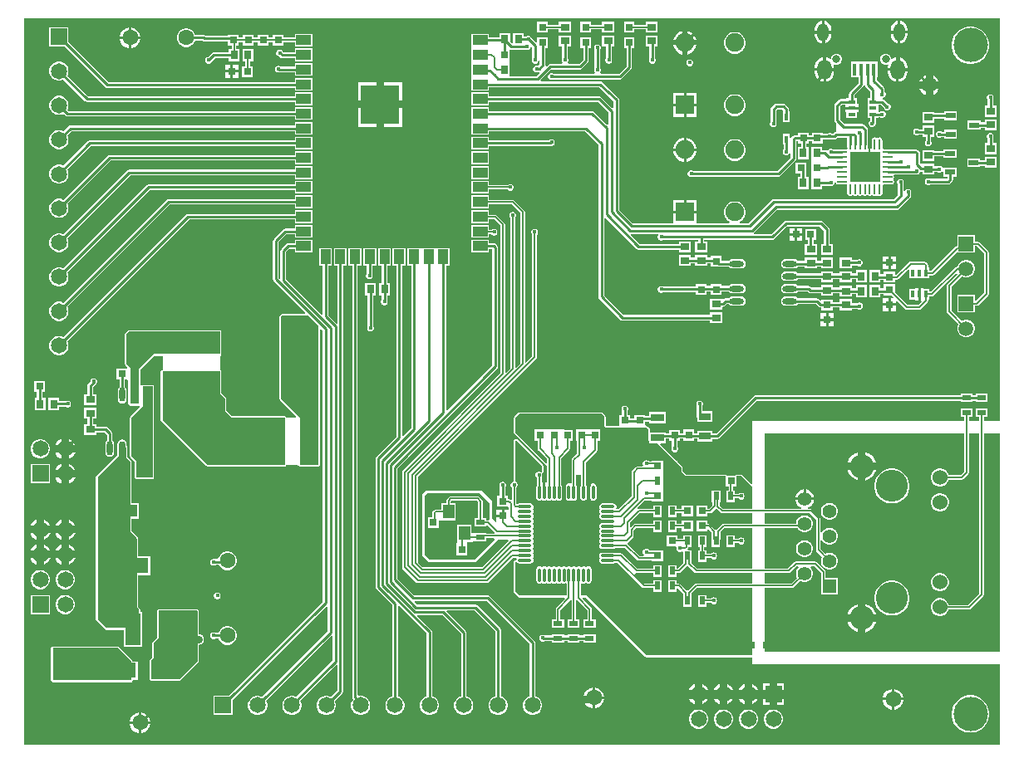
<source format=gtl>
%FSTAX23Y23*%
%MOIN*%
%SFA1B1*%

%IPPOS*%
%ADD11C,0.010000*%
%ADD15C,0.006000*%
%ADD20R,0.124000X0.063000*%
%ADD21R,0.061000X0.126400*%
%ADD22C,0.063000*%
%ADD23R,0.052800X0.031500*%
%ADD24R,0.015700X0.031500*%
%ADD25R,0.031500X0.037400*%
%ADD26R,0.157500X0.157500*%
%ADD27R,0.059100X0.039400*%
%ADD28R,0.039400X0.059100*%
%ADD29R,0.031500X0.031500*%
%ADD30R,0.017700X0.051200*%
%ADD31R,0.021700X0.035400*%
%ADD32R,0.035400X0.021700*%
%ADD33R,0.031500X0.031500*%
%ADD34R,0.216500X0.084600*%
%ADD35R,0.068900X0.177200*%
%ADD36R,0.070900X0.173200*%
%ADD37R,0.076800X0.049200*%
%ADD38R,0.049200X0.031500*%
%ADD39O,0.023600X0.057100*%
%ADD40R,0.037400X0.031500*%
%ADD41O,0.059100X0.023600*%
%ADD42O,0.057100X0.011800*%
%ADD43O,0.011800X0.057100*%
%ADD44R,0.039400X0.023600*%
%ADD45R,0.061000X0.082700*%
%ADD46R,0.050000X0.055000*%
%ADD47R,0.082700X0.061000*%
%ADD48O,0.041300X0.009800*%
%ADD49O,0.009800X0.041300*%
%ADD50R,0.123200X0.123200*%
%ADD51R,0.031500X0.015700*%
%ADD52R,0.045300X0.055100*%
%ADD105C,0.030000*%
%ADD106C,0.065000*%
%ADD107R,0.065000X0.065000*%
%ADD108R,0.055000X0.055000*%
%ADD109C,0.055000*%
%ADD110C,0.060200*%
%ADD111C,0.128000*%
%ADD112C,0.096300*%
%ADD113R,0.088600X0.088600*%
%ADD114C,0.088600*%
%ADD115R,0.065000X0.065000*%
%ADD116O,0.057100X0.078700*%
%ADD117O,0.045300X0.070900*%
%ADD118C,0.031500*%
%ADD119C,0.138000*%
%ADD120C,0.075000*%
%ADD121R,0.075000X0.075000*%
%ADD122R,0.059100X0.059100*%
%ADD123C,0.059100*%
%ADD124C,0.015700*%
%ADD125C,0.019700*%
%LNv1.0-1*%
%LPD*%
G36*
X04933Y0337D02*
X04869D01*
Y03388*
X04883*
Y03422*
X04836*
Y03388*
X0485*
Y0337*
X04809*
Y03388*
X04823*
Y03422*
X04776*
Y03388*
X0479*
Y0337*
X0394*
Y0312*
X03935Y03118*
X03899Y03154*
X03895Y03156*
X03876*
X03872Y03154*
X03871Y03151*
X03839*
X03837Y03154*
X03833Y03156*
X03675*
X03661Y0317*
Y03185*
X03659Y03189*
X03641Y03207*
Y03211*
X03637*
X03571Y03277*
X03573Y03282*
X03592*
Y03301*
X03608*
Y03292*
X03618*
Y03268*
X03618Y03267*
X03616Y03262*
Y03257*
X03618Y03252*
X03622Y03248*
X03627Y03246*
X03632*
X03637Y03248*
X03641Y03252*
X03643Y03257*
Y03262*
X03641Y03267*
X03641Y03268*
Y03292*
X03651*
Y03301*
X03663*
Y03293*
X03706*
Y03301*
X03719*
Y03288*
X0378*
Y03299*
X038*
X03804Y033*
X03808Y03302*
X03959Y03453*
X04776*
Y03447*
X04823*
Y03453*
X04836*
Y03447*
X04883*
Y03481*
X04836*
Y03475*
X04823*
Y03481*
X04776*
Y03475*
X03954*
X0395Y03474*
X03946Y03472*
X03796Y03321*
X0378*
Y03332*
X03719*
Y03323*
X03706*
Y03337*
X03663*
Y03323*
X03651*
Y03336*
X03608*
Y03323*
X03592*
Y03326*
X03531*
Y03335*
X03529Y0334*
X03519Y03349*
X03516Y03351*
X03515Y03351*
X03511Y03354*
Y03368*
X03527*
Y03363*
X03592*
Y03407*
X03527*
Y03391*
X03511*
Y03395*
X03468*
Y03381*
X03451*
Y03395*
X03441*
Y03411*
X03441Y03412*
X03443Y03417*
Y03422*
X03441Y03427*
X03437Y03431*
X03432Y03433*
X03427*
X03422Y03431*
X03418Y03427*
X03416Y03422*
Y03417*
X03418Y03412*
X03418Y03411*
Y03395*
X03408*
Y03352*
X03403Y03351*
X03356*
X03352Y03354*
Y03388*
X0335Y03393*
X03339Y03404*
X03335Y03406*
X03005*
X03Y03404*
X02985Y03389*
X02983Y03385*
Y03324*
X02985Y03319*
X03107Y03197*
X03108Y03197*
X03108Y03196*
X0311Y03196*
X03111Y03195*
X03116Y03193*
X03116Y03193*
Y03126*
X03115Y03125*
X03111Y03124*
X03111Y03124*
Y03086*
X03101*
Y03124*
X031Y03124*
X03097Y03125*
X03095Y03126*
Y03146*
X03096Y03147*
X03098Y03152*
Y03157*
X03097Y03162*
X031Y03163*
X031Y03164*
X03101Y03164*
X03102Y03166*
X03103Y03167*
X03103Y03168*
X03103Y03169*
Y0319*
X03101Y03195*
X02999Y03298*
X02998Y03298*
X02997Y03299*
X02995*
X02994Y033*
X02993Y03299*
X02992*
X02987Y03297*
X02986Y03296*
X02985Y03296*
X02984Y03295*
X02984Y03294*
Y03292*
X02983Y03291*
Y03128*
X02982*
X02977Y03126*
X02973Y03122*
X02971Y03117*
Y03112*
X02973Y03107*
X02975Y03104*
Y03057*
X02973Y03056*
X0297Y03056*
X02968Y03058*
X02964Y03058*
X02961*
Y03071*
X02951*
Y03106*
X02951Y03107*
X02953Y03112*
Y03117*
X02951Y03122*
X02947Y03126*
X02942Y03128*
X02937*
X02932Y03126*
X02928Y03122*
X02926Y03117*
Y03112*
X02928Y03107*
X02928Y03106*
Y03071*
X02918*
Y03027*
X02961*
X02963Y03023*
Y03016*
X02945*
Y0299*
X0294*
Y02985*
X02914*
Y02967*
X02909Y02965*
X02895Y0298*
Y0305*
X02855Y0309*
X0263*
X02615Y03075*
Y0283*
X0264Y02805*
X0283*
X0292Y02895*
X0296*
X02962Y0289*
X02856Y02784*
X02618*
X02599Y02803*
Y03146*
X03074Y03621*
X03076Y03624*
X03076Y03627*
Y04119*
X03079Y04122*
X03081Y04127*
Y04132*
X03079Y04137*
X03075Y04141*
X0307Y04143*
X03065*
X03059Y04141*
X03056Y04137*
X03053Y04132*
Y04127*
X03056Y04122*
X03058Y04119*
Y03631*
X03033Y03606*
X03029Y03608*
Y0421*
X03028Y04213*
X03026Y04216*
X02986Y04256*
X02983Y04258*
X0298Y04259*
X02884*
Y04277*
X02813*
Y04225*
X02884*
Y0424*
X02976*
X0301Y04206*
Y03603*
X02993Y03586*
X02989Y03588*
Y04187*
X02991Y04189*
X02993Y04194*
Y042*
X02991Y04205*
X02987Y04209*
X02982Y04211*
X02977*
X02972Y04209*
X02968Y04205*
X02966Y042*
Y04194*
X02968Y04189*
X0297Y04187*
Y03583*
X02953Y03566*
X02949Y03568*
Y0416*
X02948Y04163*
X02946Y04166*
X02916Y04196*
X02913Y04198*
X0291Y04199*
X02884*
Y04218*
X02813*
Y04166*
X02884*
Y0418*
X02906*
X0293Y04156*
Y03563*
X02538Y03171*
X02536Y03168*
X02535Y03165*
Y02785*
X02536Y02781*
X02538Y02778*
X02593Y02723*
X02596Y02721*
X026Y0272*
X02875*
X02878Y02721*
X02881Y02723*
X0298Y02822*
X02992*
X02995Y02817*
X02995Y02816*
X02994Y02816*
X02994Y02815*
X02993Y02812*
X02991Y02812*
X02987Y0281*
X02986Y02809*
X02985Y02809*
X02984Y02807*
X02983Y02806*
X02983Y02805*
X02983Y02804*
Y02685*
X02985Y0268*
X03Y02665*
X03005Y02663*
X03188*
X0319Y02658*
X03154Y02623*
X03152Y0262*
X03152Y02616*
Y02575*
X03137*
Y02542*
X03185*
Y02575*
X0317*
Y02612*
X0321Y02652*
X03214Y02651*
X03215Y0265*
Y02575*
X03201*
Y02542*
X03248*
Y02575*
X03233*
Y02651*
X03234Y02652*
X03238Y02653*
X03279Y02612*
Y02575*
X03264*
Y02542*
X03312*
Y02575*
X03297*
Y02616*
X03296Y0262*
X03294Y02623*
X03259Y02658*
X03261Y02663*
X03272*
X0351Y02425*
X03515Y02423*
X0394*
Y02395*
X04933*
Y02071*
X01021*
Y04988*
X04933*
Y0337*
G37*
G36*
X03346Y03388D02*
Y03352D01*
X03353Y03345*
X03515*
X03524Y03335*
Y03292*
X03526Y0329*
X03527*
Y03282*
X03557*
X03655Y03185*
Y03167*
X03672Y0315*
X03833*
Y03108*
X03845*
Y03093*
X03837*
Y03046*
X03871*
Y0306*
X03884*
X03885Y0306*
X03889Y03056*
X03895Y03055*
X039Y03056*
X03905Y0306*
X03908Y03064*
X03909Y0307*
X03908Y03075*
X03905Y0308*
X039Y03083*
X03895Y03084*
X03889Y03083*
X03885Y0308*
X03884Y03079*
X03871*
Y03093*
X03863*
Y03108*
X03876*
Y0315*
X03895*
X0394Y03105*
Y03019*
X03823*
X0381Y03032*
Y03046*
X03812*
Y03093*
X03778*
Y03046*
X0378*
Y03033*
X03766Y03019*
X03761Y03019*
Y03031*
X03717*
Y02988*
X03761*
Y03*
X0377*
X03773Y03001*
X03776Y03003*
X03795Y03022*
X03813Y03003*
X03816Y03001*
X0382Y03*
X0394*
Y02959*
X03825*
X03821Y02958*
X03818Y02956*
X03798Y02936*
X03795Y02934*
X03791Y02936*
X03771Y02956*
X03768Y02958*
X03765Y02959*
X03761*
Y02971*
X03717*
Y02928*
X03761*
Y02934*
X03765Y02936*
X03778Y02923*
Y02913*
X03778*
Y02866*
X03811*
Y02896*
X03812Y02897*
Y02924*
X03828Y0294*
X0394*
Y02779*
X03718*
X03697Y02801*
Y02822*
X03696Y02823*
Y02853*
X03683*
X03682Y02856*
X03681Y02858*
X03683Y02861*
X03684Y02865*
Y02866*
X03697*
Y02913*
X03663*
Y02899*
X03641*
Y02911*
X03597*
Y02868*
X03633*
X03636Y02863*
X03635Y0286*
X03636Y02854*
X0364Y0285*
X03644Y02846*
X0365Y02845*
X03655Y02846*
X03658Y02848*
X03663Y02846*
Y02823*
X03663Y02822*
Y02801*
X03641Y02779*
X03636Y0278*
Y02793*
X03603*
Y02746*
X03636*
Y0276*
X03645*
X03648Y02761*
X03651Y02763*
X03676Y02788*
X0368Y0279*
X03683Y02788*
X03708Y02763*
X03711Y02761*
X03715Y0276*
X0394*
Y02719*
X03715*
X03711Y02718*
X03708Y02716*
X03683Y02691*
X03681Y0269*
X03676Y02691*
X03651Y02716*
X03648Y02718*
X03645Y02719*
X03636*
Y02733*
X03603*
Y02686*
X03636*
Y02699*
X03641Y027*
X03663Y02678*
Y0265*
X03663Y02649*
Y02626*
X03697*
Y02656*
X03697Y02657*
Y02679*
X03718Y027*
X0394*
Y0243*
X03515*
X03275Y0267*
X03253*
Y02717*
X03258Y0272*
X03259Y02719*
X03263Y02718*
X03268Y02719*
X03272Y02722*
X03275*
X03278Y02719*
X03283Y02718*
X03288Y02719*
X03292Y02722*
X03294Y02726*
X03295Y02731*
Y02776*
X03294Y0278*
X03292Y02784*
X03288Y02787*
X03283Y02788*
X03278Y02787*
X03275Y02784*
X03272*
X03268Y02787*
X03263Y02788*
X03259Y02787*
X03255Y02784*
X03252*
X03248Y02787*
X03244Y02788*
X03239Y02787*
X03235Y02784*
X03233*
X03229Y02787*
X03224Y02788*
X03219Y02787*
X03215Y02784*
X03213*
X03209Y02787*
X03204Y02788*
X032Y02787*
X03196Y02784*
X03193*
X03189Y02787*
X03185Y02788*
X0318Y02787*
X03176Y02784*
X03174*
X0317Y02787*
X03165Y02788*
X0316Y02787*
X03156Y02784*
X03154*
X0315Y02787*
X03145Y02788*
X03141Y02787*
X03137Y02784*
X03134*
X0313Y02787*
X03126Y02788*
X03121Y02787*
X03117Y02784*
X03115*
X03111Y02787*
X03106Y02788*
X03101Y02787*
X03097Y02784*
X03095*
X03091Y02787*
X03086Y02788*
X03082Y02787*
X03078Y02784*
X03075Y0278*
X03074Y02776*
Y02731*
X03075Y02726*
X03078Y02722*
X03082Y02719*
X03086Y02718*
X03091Y02719*
X03095Y02722*
X03097*
X03101Y02719*
X03106Y02718*
X03111Y02719*
X03115Y02722*
X03117*
X03121Y02719*
X03126Y02718*
X0313Y02719*
X03134Y02722*
X03137*
X03141Y02719*
X03145Y02718*
X0315Y02719*
X03154Y02722*
X03156*
X0316Y02719*
X03165Y02718*
X0317Y02719*
X03174Y02722*
X03176*
X0318Y02719*
X03185Y02718*
X03189Y02719*
X0319Y0272*
X03195Y02717*
Y0267*
X03005*
X0299Y02685*
Y02804*
X02994Y02806*
X02995Y02806*
X02997Y02803*
X03001Y028*
X03006Y02799*
X03051*
X03055Y028*
X03059Y02803*
X03062Y02807*
X03063Y02811*
X03062Y02816*
X03059Y0282*
Y02822*
X03062Y02826*
X03063Y02831*
X03062Y02836*
X03059Y0284*
Y02842*
X03062Y02846*
X03063Y02851*
X03062Y02855*
X03059Y02859*
Y02862*
X03062Y02866*
X03063Y0287*
X03062Y02875*
X03059Y02879*
Y02881*
X03062Y02885*
X03063Y0289*
X03062Y02895*
X03059Y02899*
Y02901*
X03062Y02905*
X03063Y0291*
X03062Y02914*
X03059Y02918*
Y02921*
X03062Y02925*
X03063Y02929*
X03062Y02934*
X03059Y02938*
Y0294*
X03062Y02944*
X03063Y02949*
X03062Y02954*
X03059Y02958*
Y0296*
X03062Y02964*
X03063Y02969*
X03062Y02973*
X03059Y02977*
Y0298*
X03062Y02984*
X03063Y02988*
X03062Y02993*
X03059Y02997*
Y03*
X03062Y03003*
X03063Y03008*
X03062Y03013*
X03059Y03017*
Y03019*
X03062Y03023*
X03063Y03028*
X03062Y03032*
X03059Y03036*
X03055Y03039*
X03051Y0304*
X03006*
X03001Y03039*
X02998Y03037*
X02994Y03039*
Y03104*
X02995Y03105*
X02998Y03109*
X02999Y03115*
X02998Y0312*
X02995Y03125*
X0299Y03128*
X0299Y03128*
Y03291*
X02994Y03293*
X03097Y0319*
Y03169*
X03092Y03166*
X0309Y03168*
X03085Y03169*
X03079Y03168*
X03075Y03165*
X03071Y0316*
X0307Y03155*
X03071Y03149*
X03075Y03145*
X03077Y03143*
Y03116*
X03075Y03113*
X03074Y03109*
Y03063*
X03075Y03059*
X03078Y03055*
X03082Y03052*
X03086Y03051*
X03091Y03052*
X03095Y03055*
X03097*
X03101Y03052*
X03106Y03051*
X03111Y03052*
X03115Y03055*
X03117*
X03121Y03052*
X03126Y03051*
X0313Y03052*
X03134Y03055*
X03137*
X03141Y03052*
X03145Y03051*
X0315Y03052*
X03154Y03055*
X03156*
X0316Y03052*
X03165Y03051*
X0317Y03052*
X03174Y03055*
X03176Y03059*
X03177Y03063*
Y03109*
X03176Y03113*
X03174Y03116*
Y03221*
X03206Y03253*
X03208Y03256*
X03209Y0326*
Y03293*
X03221*
Y03336*
X03188*
X03187Y03337*
X03166*
X03123*
X03068*
Y03293*
X0308*
Y0326*
X03081Y03256*
X03083Y03253*
X03116Y0322*
Y03204*
X03115Y03203*
X03111Y03202*
X0299Y03324*
Y03385*
X03005Y034*
X03335*
X03346Y03388*
G37*
G36*
X02885Y03042D02*
Y02977D01*
X0288Y02973*
X02874*
Y02981*
X0286*
Y03049*
X02859Y03052*
X02857Y03055*
X02846Y03066*
X02843Y03068*
X0284Y03069*
X0273*
X02726Y03068*
X02723Y03066*
X02716Y03059*
X02714Y03056*
X02713Y03052*
Y03044*
X02709Y0304*
X02694*
Y03016*
X0267*
X02666Y03015*
X02663Y03013*
X0266Y0301*
X02658Y03007*
X02657Y03003*
Y02985*
X02639*
Y02942*
X02682*
Y0297*
X02686Y02973*
X02694*
X02751*
Y0304*
X02732*
Y03043*
X02731Y03046*
X02734Y0305*
X02836*
X02841Y03045*
Y02981*
X02827*
Y02947*
X02874*
Y0295*
X02879Y02952*
X02907Y02924*
X02906Y0292*
X02905Y02919*
X02874*
Y02922*
X02816*
X02814Y02922*
Y02954*
X02757*
Y02886*
X02753Y02883*
Y02833*
X02797*
Y02886*
X02814*
X02827Y02888*
X02874*
Y02901*
X02904*
X02906Y02896*
X02825Y02815*
X02645*
X02625Y02835*
Y0307*
X02635Y0308*
X02847*
X02885Y03042*
G37*
G36*
X04126Y02783D02*
X04123Y0278D01*
X04118Y02772*
X04116Y02764*
Y02755*
X04118Y02746*
X0412Y02743*
X04096Y02719*
X0399*
Y0276*
X04087*
X0409Y02761*
X04093Y02763*
X04118Y02788*
X04124*
X04126Y02783*
G37*
G36*
X04933Y02445D02*
X0399D01*
Y027*
X041*
X04103Y02701*
X04106Y02703*
X04133Y0273*
X04137Y02728*
X04145Y02726*
X04154*
X04162Y02728*
X0417Y02733*
X04176Y02739*
X04181Y02746*
X04183Y02755*
Y02764*
X04181Y02772*
X04176Y0278*
X04173Y02783*
X04175Y02788*
X04188*
X04216Y0276*
Y02734*
X04216Y02733*
Y02676*
X04283*
Y02743*
X04234*
Y02764*
X04234Y02768*
X04232Y02771*
X04198Y02804*
X04195Y02806*
X04192Y02807*
X04115*
X04111Y02806*
X04108Y02804*
X04083Y02779*
X0399*
Y0294*
X04122*
X04122Y0294*
X04123Y02939*
X04129Y02933*
X04137Y02928*
X04145Y02926*
X04154*
X04162Y02928*
X0417Y02933*
X04176Y02939*
X04181Y02946*
X04183Y02955*
Y02964*
X04181Y02972*
X04176Y0298*
X0417Y02986*
X04162Y02991*
X04154Y02993*
X04145*
X04137Y02991*
X04129Y02986*
X04123Y0298*
X04118Y02972*
X04116Y02964*
Y02959*
X0399*
Y03*
X04171*
X04195Y02976*
Y02854*
X04196Y02851*
X04198Y02848*
X0422Y02826*
X04218Y02822*
X04216Y02814*
Y02805*
X04218Y02796*
X04223Y02789*
X04229Y02783*
X04237Y02778*
X04245Y02776*
X04254*
X04262Y02778*
X0427Y02783*
X04276Y02789*
X04281Y02796*
X04283Y02805*
Y02814*
X04281Y02822*
X04276Y0283*
X0427Y02836*
X04262Y02841*
X04254Y02843*
X04245*
X04237Y02841*
X04233Y02839*
X04214Y02858*
Y02892*
X04215Y02893*
X04221Y02892*
X04223Y02889*
X04229Y02883*
X04237Y02878*
X04245Y02876*
X04254*
X04262Y02878*
X0427Y02883*
X04276Y02889*
X04281Y02896*
X04283Y02905*
Y02914*
X04281Y02922*
X04276Y0293*
X0427Y02936*
X04262Y02941*
X04254Y02943*
X04245*
X04237Y02941*
X04229Y02936*
X04223Y0293*
X04221Y02927*
X04215Y02926*
X04214Y02927*
Y0298*
X04213Y02983*
X04211Y02986*
X04181Y03016*
X04178Y03018*
X04175Y03019*
X04162*
X04162Y03024*
X04164Y03024*
X04173Y03029*
X0418Y03036*
X04185Y03045*
X04187Y03054*
X0415*
X04112*
X04115Y03045*
X0412Y03036*
X04127Y03029*
X04135Y03024*
X04138Y03024*
X04137Y03019*
X0399*
Y0332*
X0479*
Y03168*
X04777Y03155*
X04727*
X04726Y03159*
X04721Y03168*
X04715Y03174*
X04706Y03179*
X04697Y03181*
X04688*
X04679Y03179*
X0467Y03174*
X04664Y03168*
X04659Y03159*
X04656Y0315*
Y03141*
X04659Y03131*
X04664Y03123*
X0467Y03116*
X04679Y03112*
X04688Y03109*
X04697*
X04706Y03112*
X04715Y03116*
X04721Y03123*
X04726Y03131*
X04727Y03136*
X0478*
X04784Y03137*
X04787Y03139*
X04806Y03158*
X04808Y03161*
X04809Y03165*
Y0332*
X0485*
Y02678*
X04805Y02633*
X04727*
X04726Y02638*
X04721Y02646*
X04715Y02653*
X04706Y02657*
X04697Y0266*
X04688*
X04679Y02657*
X0467Y02653*
X04664Y02646*
X04659Y02638*
X04656Y02628*
Y02619*
X04659Y0261*
X04664Y02602*
X0467Y02595*
X04679Y0259*
X04688Y02588*
X04697*
X04706Y0259*
X04715Y02595*
X04721Y02602*
X04726Y0261*
X04727Y02615*
X04809*
X04812Y02615*
X04815Y02617*
X04866Y02668*
X04868Y02671*
X04869Y02675*
Y0332*
X04933*
Y02445*
G37*
%LNv1.0-2*%
%LPC*%
G36*
X03561Y04975D02*
X03512D01*
Y04962*
X03468*
Y04974*
X03425*
Y04931*
X03468*
Y04944*
X03512*
Y04931*
X03561*
Y04975*
G37*
G36*
X03387D02*
X03338D01*
Y04962*
X03294*
Y04974*
X03251*
Y04931*
X03294*
Y04944*
X03338*
Y04931*
X03387*
Y04975*
G37*
G36*
X03214D02*
X03164D01*
Y04962*
X03121*
Y04974*
X03077*
Y04931*
X03121*
Y04944*
X03164*
Y04931*
X03214*
Y04975*
G37*
G36*
X04534Y04978D02*
Y04938D01*
X04562*
Y04946*
X04561Y04954*
X04557Y04962*
X04552Y04969*
X04545Y04974*
X04537Y04977*
X04534Y04978*
G37*
G36*
X04229D02*
Y04938D01*
X04257*
Y04946*
X04255Y04954*
X04252Y04962*
X04247Y04969*
X0424Y04974*
X04232Y04977*
X04229Y04978*
G37*
G36*
X04219D02*
X04215Y04977D01*
X04207Y04974*
X042Y04969*
X04195Y04962*
X04192Y04954*
X04191Y04946*
Y04938*
X04219*
Y04978*
G37*
G36*
X04524D02*
X0452Y04977D01*
X04512Y04974*
X04506Y04969*
X045Y04962*
X04497Y04954*
X04496Y04946*
Y04938*
X04524*
Y04978*
G37*
G36*
X0145Y04951D02*
X0145D01*
Y04915*
X01486*
Y04915*
X01483Y04926*
X01478Y04935*
X0147Y04943*
X01461Y04948*
X0145Y04951*
G37*
G36*
X0144D02*
X01439D01*
X01429Y04948*
X01419Y04943*
X01411Y04935*
X01406Y04926*
X01403Y04915*
Y04915*
X0144*
Y04951*
G37*
G36*
X0368Y04936D02*
Y049D01*
X03716*
X03714Y04908*
X03708Y04919*
X03699Y04928*
X03688Y04934*
X0368Y04936*
G37*
G36*
X0366D02*
X03651Y04934D01*
X0364Y04928*
X03632Y04919*
X03625Y04908*
X03623Y049*
X0366*
Y04936*
G37*
G36*
X03024Y04929D02*
X0298D01*
Y04891*
X02975Y04889*
X02969Y04896*
Y04929*
X02925*
Y04912*
X02884*
Y04926*
X02813*
Y04875*
Y04816*
Y04757*
Y04741*
Y04698*
X02884*
Y04712*
X03326*
X03383Y04655*
Y04629*
X03378Y04627*
X03333Y04672*
X03329Y04675*
X03325Y04675*
X02884*
Y0469*
X02813*
Y04639*
X02884*
Y04653*
X0332*
X03363Y0461*
Y04562*
X03358Y0456*
X03305Y04613*
X03302Y04616*
X03297Y04616*
X02884*
Y04631*
X02813*
Y0458*
Y0452*
X02884*
Y04535*
X03268*
X03323Y0448*
Y0387*
X03324Y03865*
X03327Y03862*
X03411Y03777*
X03414Y03775*
X03419Y03774*
X0377*
Y03764*
X03819*
Y03807*
X0377*
Y03797*
X03423*
X03346Y03874*
Y04185*
X03351Y04187*
X03476Y04063*
X03479Y0406*
X03484Y04059*
X03645*
Y04049*
X03694*
Y04092*
X03645*
Y04082*
X03488*
X03452Y04118*
X03454Y04123*
X03562*
X03564Y04118*
X03563Y04117*
X03561Y04112*
Y04107*
X03563Y04102*
X03567Y04098*
X03572Y04096*
X03577*
X03582Y04098*
X03583Y04098*
X03724*
Y04092*
X0371*
Y04049*
X03759*
Y04092*
X03746*
Y04098*
X0402*
X04024Y04099*
X04027Y04102*
X04079Y04153*
X0421*
X04228Y04135*
Y04082*
X04215*
Y04039*
X04264*
Y04082*
X04251*
Y0414*
X0425Y04144*
X04247Y04147*
X04222Y04172*
X04219Y04175*
X04215Y04176*
X04075*
X0407Y04175*
X04067Y04172*
X04015Y04121*
X03948*
X03946Y04126*
X03947Y04127*
X04039Y04218*
X0452*
X04524Y04219*
X04527Y04222*
X04572Y04267*
X04575Y0427*
X04576Y04275*
Y04281*
X04576Y04282*
X04578Y04287*
Y04292*
X04576Y04297*
X04572Y04301*
X04567Y04303*
X04562*
X04557Y04301*
X04553Y04297*
X04551Y04292*
X04546Y04293*
Y04321*
X04546Y04322*
X04548Y04327*
Y04332*
X04546Y04337*
X04542Y04341*
X04537Y04343*
X04532*
X04527Y04341*
X04523Y04337*
X04521Y04332*
Y04327*
X04523Y04322*
X04523Y04321*
Y04279*
X04505Y04261*
X04025*
X0402Y0426*
X04017Y04257*
X03925Y04166*
X03891*
X03889Y04171*
X03896Y04175*
X03904Y04183*
X0391Y04193*
X03913Y04204*
Y04215*
X0391Y04226*
X03904Y04236*
X03896Y04244*
X03886Y0425*
X03875Y04253*
X03864*
X03853Y0425*
X03843Y04244*
X03835Y04236*
X03829Y04226*
X03826Y04215*
Y04204*
X03829Y04193*
X03835Y04183*
X03843Y04175*
X0385Y04171*
X03848Y04166*
X03717*
Y04205*
X0367*
X03622*
Y04166*
X03459*
X03406Y04219*
Y0466*
X03405Y04664*
X03402Y04667*
X03339Y04731*
X03335Y04734*
X03331Y04735*
X03092*
X0309Y0474*
X03134Y04783*
X0325*
X03254Y04784*
X03257Y04787*
X03281Y0481*
X03283Y04813*
X03284Y04818*
Y04868*
X03294*
Y04911*
X03251*
Y04868*
X03262*
Y04822*
X03245Y04806*
X03202*
X032Y04811*
X03201Y04812*
X03203Y04817*
Y04822*
X03201Y04827*
X03201Y04828*
Y04876*
X03214*
Y04919*
X03164*
Y04876*
X03178*
Y04828*
X03178Y04827*
X03176Y04822*
Y04817*
X03178Y04812*
X03179Y04811*
X03177Y04806*
X0313*
X03125Y04805*
X03122Y04802*
X03115Y04796*
X03111Y04798*
X03111Y048*
Y04868*
X03121*
Y04911*
X03077*
Y04892*
X03073Y0489*
X03056Y04907*
Y04907*
X03054Y04912*
X0305Y04916*
X03045Y04918*
X03039*
X03034Y04916*
X03034Y04916*
X03024*
Y04929*
G37*
G36*
X04562Y04928D02*
X04534D01*
Y04888*
X04537Y04888*
X04545Y04892*
X04552Y04897*
X04557Y04904*
X04561Y04912*
X04562Y0492*
Y04928*
G37*
G36*
X04219D02*
X04191D01*
Y0492*
X04192Y04912*
X04195Y04904*
X042Y04897*
X04207Y04892*
X04215Y04888*
X04219Y04888*
Y04928*
G37*
G36*
X04257D02*
X04229D01*
Y04888*
X04232Y04888*
X0424Y04892*
X04247Y04897*
X04252Y04904*
X04255Y04912*
X04257Y0492*
Y04928*
G37*
G36*
X04524D02*
X04496D01*
Y0492*
X04497Y04912*
X045Y04904*
X04506Y04897*
X04512Y04892*
X0452Y04888*
X04524Y04888*
Y04928*
G37*
G36*
X01674Y04947D02*
X01665D01*
X01655Y04944*
X01647Y0494*
X0164Y04933*
X01635Y04924*
X01632Y04914*
Y04905*
X01635Y04895*
X0164Y04887*
X01647Y0488*
X01655Y04875*
X01665Y04872*
X01674*
X01684Y04875*
X01693Y0488*
X017Y04887*
X01704Y04895*
X01705Y04898*
X01735*
X01737Y04896*
X01742Y04896*
X01838*
Y04878*
X01853*
Y04864*
X0184*
Y04851*
X01781*
X01777Y0485*
X01773Y04847*
X01759Y04833*
X01757*
X01752Y04831*
X01748Y04827*
X01746Y04822*
Y04817*
X01748Y04812*
X01752Y04808*
X01757Y04806*
X01762*
X01767Y04808*
X01771Y04812*
X01773Y04815*
X01786Y04828*
X0184*
Y04815*
X01884*
Y04864*
X01871*
Y04878*
X01881*
Y04891*
X01898*
Y04878*
X01941*
Y04891*
X01958*
Y04878*
X02001*
Y04891*
X02018*
Y04878*
X02061*
Y04891*
X02105*
Y04875*
X02176*
Y04926*
X02105*
Y0491*
X02061*
Y04922*
X02018*
Y0491*
X02001*
Y04922*
X01958*
Y0491*
X01941*
Y04922*
X01898*
Y0491*
X01881*
Y04922*
X01838*
Y04918*
X01746*
X01743Y0492*
X01739Y04921*
X01705*
X01704Y04924*
X017Y04933*
X01693Y0494*
X01684Y04944*
X01674Y04947*
G37*
G36*
X01486Y04905D02*
X0145D01*
Y04868*
X0145*
X01461Y04871*
X0147Y04876*
X01478Y04884*
X01483Y04894*
X01486Y04904*
Y04905*
G37*
G36*
X0144D02*
X01403D01*
Y04904*
X01406Y04894*
X01411Y04884*
X01419Y04876*
X01429Y04871*
X01439Y04868*
X0144*
Y04905*
G37*
G36*
X02176Y04867D02*
X02105D01*
Y04851*
X0206*
X02058Y04853*
X02056Y04856*
X02052Y0486*
X02047Y04862*
X02042*
X02037Y0486*
X02033Y04856*
X02031Y04851*
Y04846*
X02033Y04841*
X02037Y04837*
X02042Y04835*
X02044*
X02047Y04832*
X02051Y04829*
X02055Y04828*
X02105*
Y04816*
X02176*
Y04867*
G37*
G36*
X03875Y04933D02*
X03864D01*
X03853Y0493*
X03843Y04924*
X03835Y04916*
X03829Y04906*
X03826Y04895*
Y04884*
X03829Y04873*
X03835Y04863*
X03843Y04855*
X03853Y04849*
X03864Y04846*
X03875*
X03886Y04849*
X03896Y04855*
X03904Y04863*
X0391Y04873*
X03913Y04884*
Y04895*
X0391Y04906*
X03904Y04916*
X03896Y04924*
X03886Y0493*
X03875Y04933*
G37*
G36*
X03716Y0488D02*
X0368D01*
Y04843*
X03688Y04845*
X03699Y04852*
X03708Y0486*
X03714Y04871*
X03716Y0488*
G37*
G36*
X0366D02*
X03623D01*
X03625Y04871*
X03632Y0486*
X0364Y04852*
X03651Y04845*
X0366Y04843*
Y0488*
G37*
G36*
X04282Y04846D02*
X04273D01*
X04265Y04843*
X04259Y04837*
X04256Y04829*
Y04828*
X04252Y04826*
X04249Y04828*
X0424Y04832*
X04235Y04832*
Y04788*
X04268*
Y04794*
X04268Y048*
X04272Y04803*
X04273Y04803*
X04282*
X0429Y04806*
X04296Y04812*
X043Y0482*
Y04829*
X04296Y04837*
X0429Y04843*
X04282Y04846*
G37*
G36*
X03561Y04919D02*
X03512D01*
Y04876*
X03528*
Y04828*
X03528Y04827*
X03526Y04822*
Y04817*
X03528Y04812*
X03532Y04808*
X03537Y04806*
X03542*
X03547Y04808*
X03551Y04812*
X03553Y04817*
Y04822*
X03551Y04827*
X03551Y04828*
Y04876*
X03561*
Y04919*
G37*
G36*
X03387D02*
X03338D01*
Y04876*
X03353*
Y04828*
X03353Y04827*
X03351Y04822*
Y04817*
X03353Y04812*
X03357Y04808*
X03362Y04806*
X03367*
X03372Y04808*
X03376Y04812*
X03378Y04817*
Y04822*
X03376Y04827*
X03376Y04828*
Y04876*
X03387*
Y04919*
G37*
G36*
X04822Y04955D02*
X04807D01*
X04793Y04952*
X04779Y04946*
X04767Y04938*
X04756Y04927*
X04748Y04915*
X04742Y04901*
X0474Y04887*
Y04872*
X04742Y04858*
X04748Y04844*
X04756Y04832*
X04767Y04821*
X04779Y04813*
X04793Y04807*
X04807Y04805*
X04822*
X04836Y04807*
X0485Y04813*
X04862Y04821*
X04873Y04832*
X04881Y04844*
X04887Y04858*
X0489Y04872*
Y04887*
X04887Y04901*
X04881Y04915*
X04873Y04927*
X04862Y04938*
X0485Y04946*
X04836Y04952*
X04822Y04955*
G37*
G36*
X03692Y04823D02*
X03687D01*
X03682Y04821*
X03678Y04817*
X03676Y04812*
Y04807*
X03678Y04802*
X03682Y04798*
X03687Y04796*
X03692*
X03697Y04798*
X03701Y04802*
X03703Y04807*
Y04812*
X03701Y04817*
X03697Y04821*
X03692Y04823*
G37*
G36*
X02176Y04808D02*
X02105D01*
Y04794*
X0205*
X02047Y04796*
X02042Y04798*
X02037*
X02032Y04796*
X02028Y04792*
X02026Y04787*
Y04782*
X02028Y04777*
X02032Y04773*
X02037Y04771*
X02042*
X02044Y04771*
X02105*
Y04757*
X02176*
Y04808*
G37*
G36*
X04528Y04832D02*
Y04788D01*
X04562*
Y04794*
X0456Y04804*
X04557Y04814*
X0455Y04822*
X04542Y04828*
X04533Y04832*
X04528Y04832*
G37*
G36*
X04225D02*
X0422Y04832D01*
X0421Y04828*
X04202Y04822*
X04196Y04814*
X04192Y04804*
X04191Y04794*
Y04788*
X04225*
Y04832*
G37*
G36*
X04479Y04846D02*
X0447D01*
X04462Y04843*
X04456Y04837*
X04453Y04829*
Y0482*
X04456Y04812*
X04462Y04806*
X0447Y04803*
X04479*
X0448Y04803*
X04485Y048*
X04484Y04794*
Y04788*
X04518*
Y04832*
X04513Y04832*
X04503Y04828*
X04501Y04826*
X04496Y04828*
Y04829*
X04493Y04837*
X04487Y04843*
X04479Y04846*
G37*
G36*
X01879Y048D02*
X01858D01*
Y0478*
X01879*
Y048*
G37*
G36*
X01848D02*
X01827D01*
Y0478*
X01848*
Y048*
G37*
G36*
X03468Y04911D02*
X03425D01*
Y04868*
X03435*
Y04796*
X03405Y04766*
X03332*
X0333Y04771*
X03331Y04772*
X03333Y04777*
Y04782*
X03331Y04787*
X03331Y04788*
Y04861*
X03331Y04862*
X03333Y04867*
Y04872*
X03331Y04877*
X03327Y04881*
X03322Y04883*
X03317*
X03312Y04881*
X03308Y04877*
X03306Y04872*
Y04867*
X03308Y04862*
X03308Y04861*
Y04788*
X03308Y04787*
X03306Y04782*
Y04777*
X03308Y04772*
X03309Y04771*
X03307Y04766*
X03143*
X03142Y04766*
X03137Y04768*
X03132*
X03127Y04766*
X03123Y04762*
X03121Y04757*
Y04752*
X03123Y04747*
X03127Y04743*
X03132Y04741*
X03137*
X03142Y04743*
X03143Y04743*
X0341*
X03414Y04744*
X03417Y04747*
X03454Y04784*
X03457Y04787*
X03458Y04792*
Y04868*
X03468*
Y04911*
G37*
G36*
X01939Y04864D02*
X01895D01*
Y04815*
X01908*
Y04796*
X01894*
Y04753*
X01938*
Y04796*
X01926*
Y04815*
X01939*
Y04864*
G37*
G36*
X01879Y0477D02*
X01858D01*
Y04749*
X01879*
Y0477*
G37*
G36*
X01848D02*
X01827D01*
Y04749*
X01848*
Y0477*
G37*
G36*
X04665Y04758D02*
Y04735D01*
X04688*
X04688Y04736*
X04683Y04745*
X04675Y04753*
X04666Y04758*
X04665Y04758*
G37*
G36*
X04635D02*
X04634Y04758D01*
X04624Y04753*
X04616Y04745*
X04611Y04736*
X04611Y04735*
X04635*
Y04758*
G37*
G36*
X04562Y04778D02*
X04528D01*
Y04734*
X04533Y04735*
X04542Y04739*
X0455Y04745*
X04557Y04753*
X0456Y04762*
X04562Y04772*
Y04778*
G37*
G36*
X04225D02*
X04191D01*
Y04772*
X04192Y04762*
X04196Y04753*
X04202Y04745*
X0421Y04739*
X0422Y04735*
X04225Y04734*
Y04778*
G37*
G36*
X04268D02*
X04235D01*
Y04734*
X0424Y04735*
X04249Y04739*
X04257Y04745*
X04263Y04753*
X04267Y04762*
X04268Y04772*
Y04778*
G37*
G36*
X04518D02*
X04484D01*
Y04772*
X04485Y04762*
X04489Y04753*
X04495Y04745*
X04503Y04739*
X04513Y04735*
X04518Y04734*
Y04778*
G37*
G36*
X01198Y04953D02*
X01121D01*
Y04876*
X01182*
X01346Y04712*
X0135Y04709*
X01354Y04708*
X02105*
Y04698*
X02176*
Y04749*
X02105*
Y04731*
X01359*
X01198Y04891*
Y04953*
G37*
G36*
X04688Y04705D02*
X04665D01*
Y04681*
X04666Y04681*
X04675Y04686*
X04683Y04694*
X04688Y04704*
X04688Y04705*
G37*
G36*
X04635D02*
X04611D01*
X04611Y04704*
X04616Y04694*
X04624Y04686*
X04634Y04681*
X04635Y04681*
Y04705*
G37*
G36*
X02536Y04731D02*
X02462D01*
Y04657*
X02536*
Y04731*
G37*
G36*
X02432D02*
X02359D01*
Y04657*
X02432*
Y04731*
G37*
G36*
X04065Y04646D02*
D01*
X04036*
X04032Y04645*
X04028Y04642*
X04017Y04631*
X04014Y04627*
X04013Y04623*
Y04573*
X04013Y04572*
X04011Y04567*
Y04562*
X04013Y04557*
X04017Y04553*
X04022Y04551*
X04027*
X04032Y04553*
X04036Y04557*
X04038Y04562*
Y04567*
X04036Y04572*
X04036Y04573*
Y04618*
X04041Y04623*
X0406*
X04064Y04619*
X04062Y04614*
Y04571*
X0409*
Y04614*
X04087*
Y04623*
X04087Y04627*
X04084Y04631*
X04072Y04642*
X04069Y04645*
X04065Y04646*
G37*
G36*
X03717Y04687D02*
X03675D01*
Y04645*
X03717*
Y04687*
G37*
G36*
X03665D02*
X03622D01*
Y04645*
X03665*
Y04687*
G37*
G36*
X01165Y04815D02*
X01154D01*
X01145Y04812*
X01136Y04807*
X01129Y048*
X01124Y04791*
X01121Y04781*
Y04771*
X01124Y04761*
X01129Y04753*
X01136Y04746*
X01145Y0474*
X01154Y04738*
X01165*
X01174Y0474*
X01178Y04742*
X01264Y04656*
X01267Y04654*
X01272Y04653*
X02105*
Y04639*
X02176*
Y0469*
X02105*
Y04675*
X01276*
X01194Y04758*
X01195Y04761*
X01198Y04771*
Y04781*
X01195Y04791*
X0119Y048*
X01183Y04807*
X01174Y04812*
X01165Y04815*
G37*
G36*
X04442D02*
X04336D01*
Y04752*
X04365*
Y04727*
X04331Y04693*
X04329Y04689*
X04328Y04685*
Y04667*
X04317*
Y04664*
X04295*
X04291Y04663*
X04287Y04661*
X04273Y04647*
X04271Y04643*
X0427Y04639*
Y04577*
X04271Y04573*
X04273Y0457*
X04275Y04568*
Y04531*
X04272Y0453*
X04268Y04527*
X04265Y04525*
X0426*
X04259Y04525*
X04254Y04528*
X04248*
X04243Y04525*
X04243Y04525*
X04223*
Y04529*
X04179*
Y04519*
X04168*
Y04529*
X04124*
Y04519*
X0411*
X04106Y04518*
X04102Y04515*
X04097Y0451*
X04095Y04507*
X0409Y04509*
Y04524*
X04062*
Y0448*
X04065*
Y04461*
X04064Y0446*
X04062Y04455*
Y0445*
X04064Y04445*
X04068Y04441*
X04073Y04439*
X04079*
X04084Y04441*
X04088Y04445*
X04088Y04445*
X04093Y04444*
Y04429*
X0404Y04376*
X03703*
X03702Y04376*
X03697Y04378*
X03692*
X03687Y04376*
X03683Y04372*
X03681Y04367*
Y04362*
X03683Y04357*
X03687Y04353*
X03692Y04351*
X03697*
X03702Y04353*
X03703Y04353*
X04045*
X04049Y04354*
X04052Y04357*
X04112Y04417*
X04115Y0442*
X04116Y04425*
Y04496*
X04124*
Y04486*
X04135*
Y04472*
X04122*
Y04423*
X04165*
Y04472*
X04157*
Y04486*
X04168*
Y04496*
X04179*
Y04486*
X04223*
Y04502*
X04243*
X04243Y04502*
X04248Y045*
X04254*
X04259Y04502*
X0426Y04502*
X0427*
X04274Y04503*
X04278Y04506*
X0428Y04508*
X04321*
Y04483*
X04321Y04483*
Y04467*
X04322Y04467*
X04317Y04462*
X04317Y04463*
X04301*
X04301Y04463*
X04263*
X04259Y04465*
X04253*
X04248Y04462*
X04244Y04459*
X04244Y04458*
X04242Y04457*
X04238Y04456*
X04236Y04458*
X04231Y04459*
X04221*
Y04472*
X04177*
Y04443*
X04177*
Y04409*
Y04366*
Y04352*
X04177Y04352*
Y04303*
X04221*
Y04316*
X04248*
X04248Y04316*
X04253Y04314*
X04259*
X04264Y04316*
X04268Y0432*
X0427Y04325*
Y04327*
X0427*
X04275Y04329*
X04275*
X04275Y04329*
X04277Y04326*
X04281Y04323*
X04285Y04322*
X04317*
X04317Y04322*
X04322Y04318*
X04321Y04318*
Y04286*
X04322Y04282*
X04325Y04278*
X04328Y04276*
X04332Y04275*
X04337Y04276*
X04339Y04277*
X04342Y04278*
X04346Y04277*
X04348Y04276*
X04352Y04275*
X04356Y04276*
X04359Y04277*
X04362Y04278*
X04365Y04277*
X04368Y04276*
X04372Y04275*
X04376Y04276*
X04378Y04277*
X04382Y04278*
X04385Y04277*
X04387Y04276*
X04392Y04275*
X04396Y04276*
X04398Y04277*
X04401Y04278*
X04405Y04277*
X04407Y04276*
X04411Y04275*
X04415Y04276*
X04418Y04277*
X04421Y04278*
X04424Y04277*
X04427Y04276*
X04431Y04275*
X04435Y04276*
X04439Y04278*
X04443*
X04446Y04276*
X04451Y04275*
X04455Y04276*
X04458Y04278*
X04461Y04282*
X04462Y04286*
Y04318*
X04462Y04318*
X04466Y04322*
X04466Y04322*
X04498*
X04502Y04323*
X04506Y04326*
X04508Y04329*
X04509Y04333*
X04508Y04338*
X04506Y04341*
Y04345*
X04508Y04349*
X04509Y04353*
X04508Y04356*
X0451Y0436*
X04511Y04361*
X04592*
X04596Y0436*
X04602*
X04607Y04362*
X04611Y04366*
X04613Y04371*
X04618Y04374*
X04618Y04374*
X04622Y04371*
Y04361*
X04671*
Y04371*
X04683*
X04683Y04371*
X04688Y04369*
X04694*
X04699Y04371*
X04703Y04375*
X04703Y04375*
X04708Y04374*
Y04352*
X04723*
Y04345*
X04722Y04344*
X04655*
X04654Y04344*
X04649Y04346*
X04643*
X04638Y04344*
X04634Y0434*
X04632Y04335*
Y0433*
X04634Y04325*
X04638Y04321*
X04643Y04319*
X04649*
X04654Y04321*
X04655Y04321*
X04726*
X04731Y04322*
X04734Y04325*
X04742Y04332*
X04744Y04336*
X04745Y0434*
Y04352*
X0476*
Y04388*
X04709*
X04708*
X04704Y04389*
X04703Y0439*
X04699Y04394*
X04694Y04396*
X04688*
X04683Y04394*
X04683Y04394*
X04671*
Y04404*
X04622*
X04617Y04402*
X04612Y04407*
Y04446*
X04612Y0445*
X04609Y04454*
X04603Y04459*
X046Y04462*
X04595Y04463*
X04482*
X04482Y04463*
X04466*
X04466Y04462*
X04462Y04467*
X04462Y04467*
Y04499*
X04461Y04503*
X04458Y04507*
X04455Y04509*
X04451Y0451*
X04446Y04509*
X04443Y04507*
X04439*
X04435Y04509*
X04431Y0451*
X04427Y04509*
X04423Y04507*
X04421Y04503*
X0442Y04499*
Y04467*
X04417Y04464*
X04405*
X04403Y04467*
Y04483*
X04403Y04483*
Y04542*
X04402Y04546*
X04399Y0455*
X04389Y0456*
X04386Y04563*
X04381Y04564*
X04311*
X04292Y04582*
Y04634*
X043Y04642*
X04313*
Y04632*
X04339*
X04365*
Y04645*
X04361*
Y04667*
X0435*
Y0468*
X04384Y04715*
X04386Y04718*
X04388Y04718*
X04389Y04718*
X04392Y04718*
X04394Y04714*
X04412Y04696*
Y04667*
X04402*
Y04639*
Y04614*
Y04588*
X04412*
Y04577*
X04409Y04574*
X04407Y04569*
Y04564*
X04409Y04558*
X04413Y04555*
X04418Y04552*
X04424*
X04429Y04555*
X04433Y04558*
X04435Y04564*
Y04569*
X04435Y0457*
Y04588*
X04445*
Y04591*
X04453*
X04453Y04591*
X04458Y04589*
X04464*
X04469Y04591*
X04473Y04595*
X04475Y046*
Y04605*
X04473Y0461*
X04469Y04614*
X04464Y04616*
X04458*
X04453Y04614*
X04453Y04613*
X04445*
Y04642*
X04456*
X04467Y0463*
Y0463*
X04469Y04625*
X04473Y04621*
X04478Y04619*
X04484*
X04489Y04621*
X04493Y04625*
X04495Y0463*
Y04635*
X04493Y0464*
X04489Y04644*
X04484Y04646*
X04483*
X04469Y04661*
X04465Y04663*
X04464Y04664*
X04464Y04668*
X04464Y04669*
X04469Y04671*
X04473Y04675*
X04475Y0468*
Y04685*
X04473Y0469*
X04471Y04692*
Y04704*
X0447Y04708*
X04468Y04711*
X04439Y04741*
Y04752*
X04442*
Y04815*
G37*
G36*
X04761Y04615D02*
X04709D01*
Y04608*
X04671*
Y04612*
X04622*
Y04568*
X04671*
Y04586*
X04709*
Y04579*
X04761*
Y04615*
G37*
G36*
X03875Y04683D02*
X03864D01*
X03853Y0468*
X03843Y04674*
X03835Y04666*
X03829Y04656*
X03826Y04645*
Y04634*
X03829Y04623*
X03835Y04613*
X03843Y04605*
X03853Y04599*
X03864Y04596*
X03875*
X03886Y04599*
X03896Y04605*
X03904Y04613*
X0391Y04623*
X03913Y04634*
Y04645*
X0391Y04656*
X03904Y04666*
X03896Y04674*
X03886Y0468*
X03875Y04683*
G37*
G36*
X04897Y04683D02*
X04892D01*
X04887Y04681*
X04883Y04677*
X04881Y04672*
Y04667*
X04883Y04662*
X04883Y04661*
Y04637*
X04872*
Y04593*
X04921*
Y04637*
X04906*
Y04661*
X04906Y04662*
X04908Y04667*
Y04672*
X04906Y04677*
X04902Y04681*
X04897Y04683*
G37*
G36*
X03717Y04635D02*
X03675D01*
Y04592*
X03717*
Y04635*
G37*
G36*
X03665D02*
X03622D01*
Y04592*
X03665*
Y04635*
G37*
G36*
X04365Y04622D02*
X04339D01*
X04313*
Y0461*
X04317*
Y04588*
X04361*
Y0461*
X04365*
Y04622*
G37*
G36*
X01165Y04677D02*
X01154D01*
X01145Y04674*
X01136Y04669*
X01129Y04662*
X01124Y04653*
X01121Y04644*
Y04633*
X01124Y04624*
X01129Y04615*
X01136Y04608*
X01145Y04603*
X01154Y046*
X01165*
X01174Y04603*
X01178Y04605*
X01185Y04597*
X01189Y04595*
X01193Y04594*
X02105*
Y0458*
X02176*
Y04631*
X02105*
Y04616*
X01198*
X01194Y04621*
X01195Y04624*
X01198Y04633*
Y04644*
X01195Y04653*
X0119Y04662*
X01183Y04669*
X01174Y04674*
X01165Y04677*
G37*
G36*
X04921Y04582D02*
X04872D01*
Y04571*
X04855*
Y04577*
X04804*
Y04542*
X04855*
Y04548*
X04872*
Y04538*
X04921*
Y04582*
G37*
G36*
X02176Y04572D02*
X02105D01*
Y04557*
X01205*
X01201Y04557*
X01197Y04554*
X01178Y04535*
X01174Y04537*
X01165Y04539*
X01154*
X01145Y04537*
X01136Y04532*
X01129Y04524*
X01124Y04516*
X01121Y04506*
Y04496*
X01124Y04486*
X01129Y04477*
X01136Y0447*
X01145Y04465*
X01154Y04462*
X01165*
X01174Y04465*
X01183Y0447*
X0119Y04477*
X01195Y04486*
X01198Y04496*
Y04506*
X01195Y04516*
X01194Y04519*
X0121Y04535*
X02105*
Y0452*
X02176*
Y04572*
G37*
G36*
X02536Y04627D02*
X02462D01*
Y04553*
X02536*
Y04627*
G37*
G36*
X02432D02*
X02359D01*
Y04553*
X02432*
Y04627*
G37*
G36*
X04671Y04557D02*
X04622D01*
Y04543*
X04607*
X04607Y04544*
X04602Y04546*
X04596*
X04591Y04544*
X04587Y0454*
X04585Y04535*
Y04529*
X04587Y04524*
X04591Y0452*
X04596Y04518*
X04602*
X04607Y0452*
X04607Y04521*
X04622*
Y04513*
X04635*
Y04496*
X04634Y04495*
X04632Y0449*
Y04485*
X04634Y0448*
X04638Y04476*
X04643Y04474*
X04649*
X04654Y04476*
X04658Y0448*
X0466Y04485*
Y0449*
X04658Y04495*
X04657Y04496*
Y04513*
X04671*
Y04557*
G37*
G36*
X04761Y0454D02*
X04709D01*
Y04533*
X047*
X04699Y04534*
X04694Y04536*
X04688*
X04683Y04534*
X04679Y0453*
X04677Y04525*
Y0452*
X04679Y04515*
X04683Y04511*
X04688Y04509*
X04694*
X04699Y04511*
X04699Y04511*
X04709*
Y04504*
X04761*
Y0454*
G37*
G36*
X02176Y04513D02*
X02105D01*
Y04498*
X01284*
X01279Y04497*
X01276Y04495*
X01178Y04397*
X01174Y04399*
X01165Y04401*
X01154*
X01145Y04399*
X01136Y04394*
X01129Y04387*
X01124Y04378*
X01121Y04368*
Y04358*
X01124Y04348*
X01129Y04339*
X01136Y04332*
X01145Y04327*
X01154Y04324*
X01165*
X01174Y04327*
X01183Y04332*
X0119Y04339*
X01195Y04348*
X01198Y04358*
Y04368*
X01195Y04378*
X01194Y04381*
X01288Y04476*
X02105*
Y04461*
X02176*
Y04513*
G37*
G36*
X02884D02*
X02813D01*
Y04461*
X02884*
Y04476*
X03131*
X03131Y04476*
X03132Y04476*
X03137*
X03142Y04478*
X03146Y04482*
X03148Y04487*
Y04492*
X03146Y04497*
X03142Y04501*
X03137Y04503*
X03132*
X03127Y04501*
X03124Y04498*
X02884*
Y04513*
G37*
G36*
X03676Y04507D02*
X03675D01*
Y04465*
X03717*
Y04466*
X03714Y04478*
X03708Y04489*
X03699Y04498*
X03688Y04504*
X03676Y04507*
G37*
G36*
X03665D02*
X03663D01*
X03651Y04504*
X0364Y04498*
X03632Y04489*
X03625Y04478*
X03622Y04466*
Y04465*
X03665*
Y04507*
G37*
G36*
X0476Y04463D02*
X04708D01*
Y04456*
X04671*
Y04459*
X04622*
Y04416*
X04671*
Y04434*
X04708*
Y04427*
X0476*
Y04463*
G37*
G36*
X04897Y04528D02*
X04892D01*
X04887Y04526*
X04883Y04522*
X04881Y04517*
Y04512*
X04883Y04507*
X04883Y04506*
Y04487*
X04872*
Y04443*
X04921*
Y04487*
X04906*
Y04506*
X04906Y04507*
X04908Y04512*
Y04517*
X04906Y04522*
X04902Y04526*
X04897Y04528*
G37*
G36*
X02176Y04454D02*
X02105D01*
Y04439*
X01362*
X01358Y04438*
X01355Y04436*
X01178Y04259*
X01174Y04261*
X01165Y04264*
X01154*
X01145Y04261*
X01136Y04256*
X01129Y04249*
X01124Y0424*
X01121Y0423*
Y0422*
X01124Y0421*
X01129Y04202*
X01136Y04194*
X01145Y04189*
X01154Y04187*
X01165*
X01174Y04189*
X01183Y04194*
X0119Y04202*
X01195Y0421*
X01198Y0422*
Y0423*
X01195Y0424*
X01194Y04243*
X01367Y04417*
X02105*
Y04402*
X02176*
Y04454*
G37*
G36*
X04921Y04432D02*
X04872D01*
Y04419*
X04854*
Y04425*
X04803*
Y0439*
X04854*
Y04396*
X04872*
Y04388*
X04921*
Y04432*
G37*
G36*
X03875Y04503D02*
X03864D01*
X03853Y045*
X03843Y04494*
X03835Y04486*
X03829Y04476*
X03826Y04465*
Y04454*
X03829Y04443*
X03835Y04433*
X03843Y04425*
X03853Y04419*
X03864Y04416*
X03875*
X03886Y04419*
X03896Y04425*
X03904Y04433*
X0391Y04443*
X03913Y04454*
Y04465*
X0391Y04476*
X03904Y04486*
X03896Y04494*
X03886Y045*
X03875Y04503*
G37*
G36*
X03717Y04455D02*
X03675D01*
Y04412*
X03676*
X03688Y04415*
X03699Y04422*
X03708Y0443*
X03714Y04441*
X03717Y04453*
Y04455*
G37*
G36*
X03665D02*
X03622D01*
Y04453*
X03625Y04441*
X03632Y0443*
X0364Y04422*
X03651Y04415*
X03663Y04412*
X03665*
Y04455*
G37*
G36*
X02884Y04454D02*
X02813D01*
Y04402*
X02884*
Y04454*
G37*
G36*
X02176Y04395D02*
X02105D01*
Y0438*
X01441*
X01437Y04379*
X01433Y04377*
X01178Y04121*
X01174Y04123*
X01165Y04126*
X01154*
X01145Y04123*
X01136Y04118*
X01129Y04111*
X01124Y04102*
X01121Y04092*
Y04082*
X01124Y04072*
X01129Y04064*
X01136Y04057*
X01145Y04051*
X01154Y04049*
X01165*
X01174Y04051*
X01183Y04057*
X0119Y04064*
X01195Y04072*
X01198Y04082*
Y04092*
X01195Y04102*
X01194Y04105*
X01446Y04358*
X02105*
Y04343*
X02176*
Y04395*
G37*
G36*
X02884D02*
X02813D01*
Y04343*
X02884*
Y04395*
G37*
G36*
X02176Y04336D02*
X02105D01*
Y04321*
X0152*
X01516Y0432*
X01512Y04318*
X01178Y03984*
X01174Y03985*
X01165Y03988*
X01154*
X01145Y03985*
X01136Y0398*
X01129Y03973*
X01124Y03964*
X01121Y03955*
Y03944*
X01124Y03935*
X01129Y03926*
X01136Y03919*
X01145Y03914*
X01154Y03911*
X01165*
X01174Y03914*
X01183Y03919*
X0119Y03926*
X01195Y03935*
X01198Y03944*
Y03955*
X01195Y03964*
X01194Y03968*
X01525Y04299*
X02105*
Y04284*
X02176*
Y04336*
G37*
G36*
X04157Y04409D02*
X04114D01*
Y04366*
X04132*
Y04352*
X04122*
Y04303*
X04165*
Y04352*
X04155*
Y04366*
X04157*
Y04409*
G37*
G36*
X02884Y04336D02*
X02813D01*
Y04284*
X02884*
Y043*
X02959*
X02962Y04298*
X02967Y04296*
X02972*
X02977Y04298*
X02981Y04302*
X02983Y04307*
Y04312*
X02981Y04317*
X02977Y04321*
X02972Y04323*
X02967*
X02962Y04321*
X02959Y04319*
X02884*
Y04336*
G37*
G36*
X02176Y04277D02*
X02105D01*
Y04262*
X01599*
X01594Y04261*
X01591Y04259*
X01178Y03846*
X01174Y03848*
X01165Y0385*
X01154*
X01145Y03848*
X01136Y03843*
X01129Y03835*
X01124Y03827*
X01121Y03817*
Y03807*
X01124Y03797*
X01129Y03788*
X01136Y03781*
X01145Y03776*
X01154Y03773*
X01165*
X01174Y03776*
X01183Y03781*
X0119Y03788*
X01195Y03797*
X01198Y03807*
Y03817*
X01195Y03827*
X01194Y0383*
X01603Y0424*
X02105*
Y04225*
X02176*
Y04277*
G37*
G36*
X03717Y04257D02*
X03675D01*
Y04215*
X03717*
Y04257*
G37*
G36*
X03665D02*
X03622D01*
Y04215*
X03665*
Y04257*
G37*
G36*
X02176Y04218D02*
X02105D01*
Y04203*
X01677*
X01673Y04202*
X01669Y042*
X01178Y03708*
X01174Y0371*
X01165Y03712*
X01154*
X01145Y0371*
X01136Y03705*
X01129Y03698*
X01124Y03689*
X01121Y03679*
Y03669*
X01124Y03659*
X01129Y0365*
X01136Y03643*
X01145Y03638*
X01154Y03635*
X01165*
X01174Y03638*
X01183Y03643*
X0119Y0365*
X01195Y03659*
X01198Y03669*
Y03679*
X01195Y03689*
X01194Y03692*
X01682Y04181*
X02105*
Y04166*
X02176*
Y04218*
G37*
G36*
X04141Y04145D02*
X0412D01*
Y04125*
X04141*
Y04145*
G37*
G36*
X0411D02*
X04089D01*
Y04125*
X0411*
Y04145*
G37*
G36*
X02884Y04158D02*
X02813D01*
Y04107*
X02884*
Y0412*
X02894*
X02897Y04118*
X02902Y04116*
X02907*
X02912Y04118*
X02916Y04122*
X02918Y04127*
Y04132*
X02916Y04137*
X02912Y04141*
X02907Y04143*
X02902*
X02897Y04141*
X02894Y04139*
X02884*
Y04158*
G37*
G36*
X02176D02*
X02105D01*
Y04144*
X02068*
X02063Y04143*
X0206Y04141*
X02022Y04102*
X02019Y04099*
X02018Y04095*
Y0394*
X02019Y03935*
X02022Y03932*
X02148Y03806*
X02146Y03801*
X02055*
X0205Y03799*
X02045Y03794*
X02043Y0379*
Y0346*
X02045Y03455*
X02111Y03389*
X02109Y03385*
X02071*
X02069Y03389*
X02065Y03391*
X01852*
X01831Y03412*
Y0346*
X01829Y03464*
X01811Y03482*
Y0357*
X01809Y03574*
X01805Y03576*
Y03633*
X01809Y03635*
X01811Y0364*
Y0373*
X01809Y03734*
X01805Y03736*
X0144*
X01435Y03734*
X01425Y03724*
X01423Y0372*
Y036*
X01425Y03595*
X01434Y03586*
X01432Y03581*
X01391*
Y03538*
X01402*
Y03507*
X014Y03506*
X01396Y03501*
X01395Y03494*
Y0346*
X01396Y03453*
X014Y03447*
X01406Y03443*
X01413Y03442*
X0142Y03443*
X01426Y03447*
X0143Y03453*
X01431Y0346*
Y03494*
X0143Y03501*
X01426Y03506*
X01424Y03507*
Y03538*
X01433*
X01434*
X01438Y03535*
Y0344*
X0144Y03435*
X01445Y03433*
X0148*
X01484Y0343*
X01484Y03429*
X01445Y03389*
X01443Y03385*
Y0336*
Y0323*
X01445Y03225*
X01463Y03207*
Y03145*
X01465Y0314*
X0147Y03138*
X01535*
X01539Y0314*
X01541Y03145*
Y0351*
X01539Y03514*
X01535Y03516*
X01495*
X01491Y03515*
X01486Y03517*
Y03577*
X01542Y03633*
X01575*
Y03576*
X0157Y03574*
X01568Y0357*
Y03375*
X0157Y0337*
X0175Y0319*
X01755Y03188*
X02065*
X02069Y0319*
X02071Y03195*
X02118*
X0212Y0319*
X02125Y03188*
X022*
X02204Y0319*
X02206Y03195*
Y03741*
X02211Y03743*
X02218Y03735*
Y02645*
X01841Y02268*
X0178*
Y02191*
X01857*
Y02252*
X02233Y02629*
X02238Y02627*
Y02528*
X01974Y02264*
X01971Y02265*
X01961Y02268*
X01951*
X01941Y02265*
X01933Y0226*
X01925Y02253*
X0192Y02244*
X01918Y02235*
Y02224*
X0192Y02215*
X01925Y02206*
X01933Y02199*
X01941Y02194*
X01951Y02191*
X01961*
X01971Y02194*
X0198Y02199*
X01987Y02206*
X01992Y02215*
X01995Y02224*
Y02235*
X01992Y02244*
X0199Y02248*
X02253Y02511*
X02258Y02509*
Y0241*
X02112Y02264*
X02109Y02265*
X02099Y02268*
X02089*
X02079Y02265*
X0207Y0226*
X02063Y02253*
X02058Y02244*
X02055Y02235*
Y02224*
X02058Y02215*
X02063Y02206*
X0207Y02199*
X02079Y02194*
X02089Y02191*
X02099*
X02109Y02194*
X02118Y02199*
X02125Y02206*
X0213Y02215*
X02132Y02224*
Y02235*
X0213Y02244*
X02128Y02248*
X02272Y02392*
X02277Y0239*
Y0229*
X0225Y02264*
X02247Y02265*
X02237Y02268*
X02227*
X02217Y02265*
X02208Y0226*
X02201Y02253*
X02196Y02244*
X02193Y02235*
Y02224*
X02196Y02215*
X02201Y02206*
X02208Y02199*
X02217Y02194*
X02227Y02191*
X02237*
X02247Y02194*
X02255Y02199*
X02263Y02206*
X02268Y02215*
X0227Y02224*
Y02235*
X02268Y02244*
X02266Y02248*
X02296Y02278*
X02298Y02281*
X02299Y02286*
Y03994*
X02314*
Y04065*
X02262*
Y03994*
X02277*
Y03765*
X02272Y03763*
X0224Y03795*
Y03994*
X02254*
Y04065*
X02203*
Y03994*
X02218*
Y03799*
X02213Y03797*
X02071Y03939*
Y0405*
X02083Y04063*
X02105*
Y04048*
X02176*
Y04099*
X02105*
Y04085*
X02079*
X02074Y04084*
X02071Y04082*
X02052Y04062*
X02049Y04059*
X02048Y04055*
Y03945*
X02044Y03943*
X02041Y03945*
Y0409*
X02072Y04122*
X02105*
Y04107*
X02176*
Y04158*
G37*
G36*
X04141Y04115D02*
X0412D01*
Y04094*
X04141*
Y04115*
G37*
G36*
X0411D02*
X04089D01*
Y04094*
X0411*
Y04115*
G37*
G36*
X04196Y04141D02*
X04152D01*
Y04098*
X04163*
Y04082*
X0415*
Y04039*
X04199*
Y04082*
X04185*
Y04098*
X04196*
Y04141*
G37*
G36*
X03759Y04037D02*
X0371D01*
Y04027*
X03694*
Y04037*
X03645*
Y03994*
X03694*
Y04004*
X0371*
Y03994*
X03759*
Y04004*
X03773*
Y03992*
X03817*
Y03992*
X03847*
X03848Y0399*
X03854Y03986*
X03861Y03985*
X03896*
X03903Y03986*
X03909Y0399*
X03913Y03996*
X03914Y04003*
X03913Y0401*
X03909Y04016*
X03903Y0402*
X03896Y04021*
X03861*
X03854Y0402*
X03848Y04016*
X03847Y04014*
X03817*
Y04035*
X03773*
Y04027*
X03759*
Y04037*
G37*
G36*
X04264Y04027D02*
X04215D01*
Y04014*
X04199*
Y04027*
X0415*
Y04014*
X04123*
X04122Y04016*
X04116Y0402*
X04109Y04021*
X04073*
X04066Y0402*
X04061Y04016*
X04057Y0401*
X04055Y04003*
X04057Y03996*
X04061Y0399*
X04066Y03986*
X04073Y03985*
X04109*
X04116Y03986*
X04122Y0399*
X04123Y03992*
X0415*
Y03984*
X04199*
Y03992*
X04215*
Y03984*
X04264*
Y04027*
G37*
G36*
X04516Y04033D02*
X04495D01*
Y04012*
X04516*
Y04033*
G37*
G36*
X04485D02*
X04464D01*
Y04012*
X04485*
Y04033*
G37*
G36*
X04339Y04027D02*
X0429D01*
Y03984*
X04339*
Y03996*
X04361*
X04362Y03996*
X04367Y03993*
X04372*
X04377Y03996*
X04381Y04*
X04383Y04005*
Y0401*
X04381Y04015*
X04377Y04019*
X04372Y04021*
X04367*
X04362Y04019*
X04361Y04019*
X04339*
Y04027*
G37*
G36*
X04516Y04002D02*
X04495D01*
Y03982*
X04516*
Y04002*
G37*
G36*
X04485D02*
X04464D01*
Y03982*
X04485*
Y04002*
G37*
G36*
X04399Y03978D02*
X04355D01*
Y03964*
X04339*
Y03972*
X0429*
Y03964*
X04264*
Y03972*
X04215*
Y03964*
X04123*
X04122Y03966*
X04116Y0397*
X04109Y03971*
X04073*
X04066Y0397*
X04061Y03966*
X04057Y0396*
X04055Y03953*
X04057Y03946*
X04061Y0394*
X04066Y03936*
X04073Y03935*
X04109*
X04116Y03936*
X04122Y0394*
X04123Y03942*
X04215*
Y03929*
X04264*
Y03942*
X0429*
Y03929*
X04339*
Y03942*
X04355*
Y03928*
X04399*
Y03978*
G37*
G36*
X04803Y04018D02*
X04793D01*
X04784Y04016*
X04776Y04011*
X0477Y04005*
X04765Y03997*
X04764Y03992*
X04763*
X04759Y03991*
X04756Y03989*
X04657Y0389*
X04649*
Y03902*
X04628*
Y03906*
X04615*
Y03881*
Y03855*
X04617*
X04619Y0385*
X04606Y03837*
X04564*
X04512Y03889*
Y0392*
X04468*
Y03904*
X04454*
Y03918*
X04411*
Y03868*
X04454*
Y03882*
X04468*
Y03876*
X04499*
X04505Y03869*
X04504Y03865*
X04495*
Y03844*
X04516*
Y03853*
X0452Y03855*
X04554Y03821*
X04557Y03819*
X0456Y03818*
X04609*
X04613Y03819*
X04616Y03821*
X04642Y03847*
X04644Y0385*
X04645Y03854*
Y03859*
X04649*
Y03871*
X04661*
X04664Y03872*
X04667Y03874*
X04758Y03965*
X04763Y03963*
X04764Y03962*
X04723Y03921*
X04721Y03918*
X04721Y03915*
Y03811*
X04721Y03808*
X04723Y03805*
X04767Y03761*
X04765Y03757*
X04762Y03748*
Y03738*
X04765Y03729*
X0477Y03721*
X04776Y03715*
X04784Y0371*
X04793Y03707*
X04803*
X04812Y0371*
X0482Y03715*
X04826Y03721*
X04831Y03729*
X04833Y03738*
Y03748*
X04831Y03757*
X04826Y03765*
X0482Y03771*
X04812Y03776*
X04803Y03778*
X04793*
X04784Y03776*
X0478Y03774*
X04739Y03815*
Y03911*
X0478Y03952*
X04784Y0395*
X04793Y03947*
X04803*
X04812Y0395*
X0482Y03955*
X04826Y03961*
X04831Y03969*
X04833Y03978*
Y03988*
X04831Y03997*
X04826Y04005*
X0482Y04011*
X04812Y04016*
X04803Y04018*
G37*
G36*
X02432Y04065D02*
X0238D01*
Y03994*
X02393*
Y03963*
X02393Y03962*
X02391Y03957*
Y03952*
X02393Y03947*
X02397Y03943*
X02402Y03941*
X02407*
X02412Y03943*
X02416Y03947*
X02418Y03952*
Y03957*
X02416Y03962*
X02416Y03963*
Y03994*
X02432*
Y04065*
G37*
G36*
X03896Y03921D02*
X03861D01*
X03854Y0392*
X03848Y03916*
X03847Y03914*
X03817*
Y0392*
X03773*
Y03914*
X03757*
Y0392*
X03713*
Y03911*
X03583*
X03582Y03911*
X03577Y03913*
X03572*
X03567Y03911*
X03563Y03907*
X03561Y03902*
Y03897*
X03563Y03892*
X03567Y03888*
X03572Y03886*
X03577*
X03582Y03888*
X03583Y03888*
X03713*
Y03877*
X03757*
Y03892*
X03773*
Y03877*
X03817*
Y03892*
X03847*
X03848Y0389*
X03854Y03886*
X03861Y03885*
X03896*
X03903Y03886*
X03909Y0389*
X03913Y03896*
X03914Y03903*
X03913Y0391*
X03909Y03916*
X03903Y0392*
X03896Y03921*
G37*
G36*
X04109D02*
X04073D01*
X04066Y0392*
X04061Y03916*
X04057Y0391*
X04055Y03903*
X04057Y03896*
X04061Y0389*
X04066Y03886*
X04073Y03885*
X04109*
X04116Y03886*
X04122Y0389*
X04123Y03892*
X04161*
X04165Y03887*
X04169Y03885*
X04173Y03884*
X04215*
Y03874*
X04264*
Y03884*
X0429*
Y03871*
X04339*
Y03882*
X04355*
Y03868*
X04399*
Y03918*
X04355*
Y03904*
X04339*
Y03915*
X0429*
Y03907*
X04264*
Y03917*
X04215*
Y03907*
X04178*
X04173Y03911*
X0417Y03913*
X04165Y03914*
X04123*
X04122Y03916*
X04116Y0392*
X04109Y03921*
G37*
G36*
X03896Y03871D02*
X03861D01*
X03854Y0387*
X03848Y03866*
X03847Y03864*
X03832*
X03828Y03863*
X03824Y03861*
X03824Y0386*
X03819Y03862*
X0377*
Y03819*
X03819*
Y03829*
X03823Y03832*
X03827Y03833*
X03831Y03835*
X03837Y03842*
X03847*
X03848Y0384*
X03854Y03836*
X03861Y03835*
X03896*
X03903Y03836*
X03909Y0384*
X03913Y03846*
X03914Y03853*
X03913Y0386*
X03909Y03866*
X03903Y0387*
X03896Y03871*
G37*
G36*
X04605Y03906D02*
X04592D01*
Y03902*
X0457*
Y03859*
X04592*
Y03855*
X04605*
Y03881*
Y03906*
G37*
G36*
X04833Y04118D02*
X04762D01*
Y04075*
X04759Y04075*
X04756Y04073*
X04658Y03974*
X04649*
Y03987*
X04645*
Y03997*
X04644Y04001*
X04642Y04004*
X04636Y04009*
X04633Y04011*
X0463Y04012*
X04575*
X04571Y04011*
X04568Y04009*
X04517Y03958*
X04512Y03958*
Y0397*
X04468*
Y0396*
X04454*
Y03978*
X04411*
Y03928*
X04454*
Y03937*
X04468*
Y03927*
X04512*
Y03939*
X0452*
X04524Y0394*
X04527Y03942*
X04566Y03981*
X0457Y03979*
Y03944*
X04649*
Y03956*
X04662*
X04666Y03957*
X04669Y03959*
X04759Y04049*
X04762Y04047*
X04833*
Y04074*
X04841*
X04871Y04044*
Y03887*
X04838Y03855*
X04833Y03857*
Y03878*
X04762*
Y03807*
X04833*
Y03834*
X0484*
X04843Y03834*
X04846Y03836*
X04886Y03876*
X04888Y03879*
X04889Y03883*
Y04048*
X04888Y04051*
X04886Y04054*
X04851Y04089*
X04848Y04091*
X04845Y04092*
X04833*
Y04118*
G37*
G36*
X04485Y03865D02*
X04464D01*
Y03844*
X04485*
Y03865*
G37*
G36*
X02491Y04065D02*
X02439D01*
Y03994*
X02453*
Y03924*
X02443*
Y03875*
X02453*
Y03858*
X02453Y03857*
X02451Y03852*
Y03847*
X02453Y03842*
X02457Y03838*
X02462Y03836*
X02467*
X02472Y03838*
X02476Y03842*
X02478Y03847*
Y03852*
X02476Y03857*
X02476Y03858*
Y03875*
X02486*
Y03924*
X02476*
Y03994*
X02491*
Y04065*
G37*
G36*
X04109Y03871D02*
X04073D01*
X04066Y0387*
X04061Y03866*
X04057Y0386*
X04055Y03853*
X04057Y03846*
X04061Y0384*
X04066Y03836*
X04073Y03835*
X04109*
X04116Y03836*
X04122Y0384*
X04123Y03842*
X04195*
X04206Y0383*
X0421Y03827*
X04214Y03827*
X04218*
Y03816*
X04262*
Y03827*
X0429*
Y03816*
X04339*
Y03822*
X04361*
X04362Y03821*
X04367Y03819*
X04373*
X04378Y03821*
X04382Y03825*
X04384Y0383*
Y03836*
X04382Y03841*
X04378Y03845*
X04373Y03847*
X04367*
X04362Y03845*
X04361Y03844*
X04339*
Y0386*
X0429*
Y03849*
X04262*
Y03859*
X04218*
Y03857*
X04213Y03855*
X04207Y03861*
X04204Y03863*
X04199Y03864*
X04123*
X04122Y03866*
X04116Y0387*
X04109Y03871*
G37*
G36*
X04516Y03834D02*
X04495D01*
Y03813*
X04516*
Y03834*
G37*
G36*
X04485D02*
X04464D01*
Y03813*
X04485*
Y03834*
G37*
G36*
X04266Y03804D02*
X04245D01*
Y03783*
X04266*
Y03804*
G37*
G36*
X04235D02*
X04214D01*
Y03783*
X04235*
Y03804*
G37*
G36*
X04266Y03773D02*
X04245D01*
Y03753*
X04266*
Y03773*
G37*
G36*
X04235D02*
X04214D01*
Y03753*
X04235*
Y03773*
G37*
G36*
X02431Y03924D02*
X02388D01*
Y03875*
X02398*
Y03753*
X02398Y03752*
X02396Y03747*
Y03742*
X02398Y03737*
X02402Y03733*
X02407Y03731*
X02412*
X02417Y03733*
X02421Y03737*
X02423Y03742*
Y03747*
X02421Y03752*
X02421Y03753*
Y03875*
X02431*
Y03924*
G37*
G36*
X01302Y03543D02*
X01297D01*
X01292Y03541*
X01288Y03537*
X01286Y03532*
Y0353*
X01277Y03521*
X01274Y03517*
X01273Y03513*
Y03479*
X0126*
Y03435*
X01309*
Y03479*
X01296*
Y03508*
X01304Y03516*
X01307Y03518*
X01311Y03522*
X01313Y03527*
Y03532*
X01311Y03537*
X01307Y03541*
X01302Y03543*
G37*
G36*
X01161Y03464D02*
X01118D01*
Y03415*
X01161*
Y03428*
X01186*
X01187Y03428*
X01192Y03426*
X01197*
X01202Y03428*
X01206Y03432*
X01208Y03437*
Y03442*
X01206Y03447*
X01202Y03451*
X01197Y03453*
X01192*
X01187Y03451*
X01186Y03451*
X01161*
Y03464*
G37*
G36*
X01103Y03531D02*
X0106D01*
Y03488*
X0107*
Y03464*
X01063*
Y03415*
X01106*
Y03464*
X01093*
Y03488*
X01103*
Y03531*
G37*
G36*
X02884Y04099D02*
X02813D01*
Y04048*
X02884*
Y04063*
X02898*
Y03594*
X02717Y03413*
X02712Y03415*
Y03994*
X02727*
Y04065*
X02676*
Y04065*
X02668*
Y04065*
X02617*
Y04065*
X02609*
Y04065*
X02557*
Y03994*
X02572*
Y03343*
X0254Y03311*
X02535Y03313*
Y03994*
X0255*
Y04065*
X02498*
Y03994*
X02513*
Y03309*
X02433Y03228*
X0243Y03225*
X02429Y03221*
Y02706*
X0243Y02701*
X02433Y02698*
X02496Y02634*
Y02266*
X02492Y02265*
X02484Y0226*
X02477Y02253*
X02471Y02244*
X02469Y02235*
Y02224*
X02471Y02215*
X02477Y02206*
X02484Y02199*
X02492Y02194*
X02502Y02191*
X02512*
X02522Y02194*
X02531Y02199*
X02538Y02206*
X02543Y02215*
X02546Y02224*
Y02235*
X02543Y02244*
X02538Y02253*
X02531Y0226*
X02522Y02265*
X02519Y02266*
Y02628*
X02523Y0263*
X02634Y02519*
Y02266*
X0263Y02265*
X02622Y0226*
X02614Y02253*
X02609Y02244*
X02607Y02235*
Y02224*
X02609Y02215*
X02614Y02206*
X02622Y02199*
X0263Y02194*
X0264Y02191*
X0265*
X0266Y02194*
X02669Y02199*
X02676Y02206*
X02681Y02215*
X02684Y02224*
Y02235*
X02681Y02244*
X02676Y02253*
X02669Y0226*
X0266Y02265*
X02656Y02266*
Y02524*
X02656Y02528*
X02653Y02531*
X02596Y02589*
X02598Y02593*
X02695*
X02772Y02517*
Y02266*
X02768Y02265*
X02759Y0226*
X02752Y02253*
X02747Y02244*
X02744Y02235*
Y02224*
X02747Y02215*
X02752Y02206*
X02759Y02199*
X02768Y02194*
X02778Y02191*
X02788*
X02798Y02194*
X02807Y02199*
X02814Y02206*
X02819Y02215*
X02821Y02224*
Y02235*
X02819Y02244*
X02814Y02253*
X02807Y0226*
X02798Y02265*
X02794Y02266*
Y02521*
X02793Y02525*
X02791Y02529*
X02713Y02607*
X02715Y02612*
X02827*
X0291Y02529*
Y02266*
X02906Y02265*
X02897Y0226*
X0289Y02253*
X02885Y02244*
X02882Y02235*
Y02224*
X02885Y02215*
X0289Y02206*
X02897Y02199*
X02906Y02194*
X02916Y02191*
X02926*
X02936Y02194*
X02944Y02199*
X02952Y02206*
X02957Y02215*
X02959Y02224*
Y02235*
X02957Y02244*
X02952Y02253*
X02944Y0226*
X02936Y02265*
X02932Y02266*
Y02533*
X02931Y02538*
X02929Y02541*
X02839Y02631*
X02836Y02633*
X02831Y02634*
X02596*
X02586Y02644*
X02588Y02648*
X02875*
X03047Y02476*
Y02266*
X03044Y02265*
X03035Y0226*
X03028Y02253*
X03023Y02244*
X0302Y02235*
Y02224*
X03023Y02215*
X03028Y02206*
X03035Y02199*
X03044Y02194*
X03053Y02191*
X03064*
X03073Y02194*
X03082Y02199*
X03089Y02206*
X03094Y02215*
X03097Y02224*
Y02235*
X03094Y02244*
X03089Y02253*
X03082Y0226*
X03073Y02265*
X0307Y02266*
Y02481*
X03069Y02485*
X03066Y02489*
X02887Y02667*
X02884Y0267*
X0288Y02671*
X02584*
X02516Y02739*
Y0318*
X02917Y03582*
X0292Y03585*
X02921Y0359*
Y04068*
X0292Y04072*
X02917Y04076*
X02912Y04082*
X02908Y04084*
X02904Y04085*
X02884*
Y04099*
G37*
G36*
X03732Y03453D02*
X03727D01*
X03722Y03451*
X03718Y03447*
X03716Y03442*
Y03437*
X03718Y03432*
X03718Y03431*
Y03389*
X03719Y03386*
Y03367*
X0378*
Y03411*
X03741*
Y03431*
X03741Y03432*
X03743Y03437*
Y03442*
X03741Y03447*
X03737Y03451*
X03732Y03453*
G37*
G36*
X012Y033D02*
Y03275D01*
X01225*
X01224Y03276*
X01219Y03286*
X01211Y03294*
X01201Y03299*
X012Y033*
G37*
G36*
X0117D02*
X01168Y03299D01*
X01158Y03294*
X01151Y03286*
X01145Y03276*
X01145Y03275*
X0117*
Y033*
G37*
G36*
X01309Y03424D02*
X0126D01*
Y0338*
X01273*
Y03359*
X0126*
Y03315*
X01309*
Y03326*
X01342*
X01352Y03316*
Y03293*
X0135Y03292*
X01346Y03286*
X01345Y03279*
Y03246*
X01346Y03239*
X0135Y03233*
X01356Y03229*
X01363Y03227*
X0137Y03229*
X01376Y03233*
X0138Y03239*
X01381Y03246*
Y03279*
X0138Y03286*
X01376Y03292*
X01374Y03293*
Y03321*
X01373Y03325*
X01371Y03329*
X01355Y03345*
X01351Y03347*
X01347Y03348*
X01309*
Y03359*
X01296*
Y0338*
X01309*
Y03424*
G37*
G36*
X0109Y03298D02*
X01079D01*
X0107Y03295*
X01061Y0329*
X01054Y03283*
X01049Y03274*
X01046Y03265*
Y03254*
X01049Y03245*
X01054Y03236*
X01061Y03229*
X0107Y03224*
X01079Y03221*
X0109*
X01099Y03224*
X01108Y03229*
X01115Y03236*
X0112Y03245*
X01123Y03254*
Y03265*
X0112Y03274*
X01115Y03283*
X01108Y0329*
X01099Y03295*
X0109Y03298*
G37*
G36*
X01225Y03245D02*
X012D01*
Y0322*
X01201Y0322*
X01211Y03226*
X01219Y03233*
X01224Y03243*
X01225Y03245*
G37*
G36*
X0117D02*
X01145D01*
X01145Y03243*
X01151Y03233*
X01158Y03226*
X01168Y0322*
X0117Y0322*
Y03245*
G37*
G36*
X012Y032D02*
Y03175D01*
X01225*
X01224Y03176*
X01219Y03186*
X01211Y03194*
X01201Y03199*
X012Y032*
G37*
G36*
X0117D02*
X01168Y03199D01*
X01158Y03194*
X01151Y03186*
X01145Y03176*
X01145Y03175*
X0117*
Y032*
G37*
G36*
X01123Y03198D02*
X01046D01*
Y03121*
X01123*
Y03198*
G37*
G36*
X01225Y03145D02*
X012D01*
Y0312*
X01201Y0312*
X01211Y03126*
X01219Y03133*
X01224Y03143*
X01225Y03145*
G37*
G36*
X0117D02*
X01145D01*
X01145Y03143*
X01151Y03133*
X01158Y03126*
X01168Y0312*
X0117Y0312*
Y03145*
G37*
G36*
X02935Y03016D02*
X02914D01*
Y02995*
X02935*
Y03016*
G37*
G36*
X012Y02975D02*
Y0295D01*
X01225*
X01224Y02951*
X01219Y02961*
X01211Y02969*
X01201Y02974*
X012Y02975*
G37*
G36*
X011D02*
Y0295D01*
X01125*
X01124Y02951*
X01119Y02961*
X01111Y02969*
X01101Y02974*
X011Y02975*
G37*
G36*
X0117D02*
X01168Y02974D01*
X01158Y02969*
X01151Y02961*
X01145Y02951*
X01145Y0295*
X0117*
Y02975*
G37*
G36*
X0107D02*
X01068Y02974D01*
X01058Y02969*
X01051Y02961*
X01045Y02951*
X01045Y0295*
X0107*
Y02975*
G37*
G36*
X01225Y0292D02*
X012D01*
Y02895*
X01201Y02895*
X01211Y02901*
X01219Y02908*
X01224Y02918*
X01225Y0292*
G37*
G36*
X01125D02*
X011D01*
Y02895*
X01101Y02895*
X01111Y02901*
X01119Y02908*
X01124Y02918*
X01125Y0292*
G37*
G36*
X0117D02*
X01145D01*
X01145Y02918*
X01151Y02908*
X01158Y02901*
X01168Y02895*
X0117Y02895*
Y0292*
G37*
G36*
X0107D02*
X01045D01*
X01045Y02918*
X01051Y02908*
X01058Y02901*
X01068Y02895*
X0107Y02895*
Y0292*
G37*
G36*
X012Y02875D02*
Y0285D01*
X01225*
X01224Y02851*
X01219Y02861*
X01211Y02869*
X01201Y02874*
X012Y02875*
G37*
G36*
X011D02*
Y0285D01*
X01125*
X01124Y02851*
X01119Y02861*
X01111Y02869*
X01101Y02874*
X011Y02875*
G37*
G36*
X0117D02*
X01168Y02874D01*
X01158Y02869*
X01151Y02861*
X01145Y02851*
X01145Y0285*
X0117*
Y02875*
G37*
G36*
X0107D02*
X01068Y02874D01*
X01058Y02869*
X01051Y02861*
X01045Y02851*
X01045Y0285*
X0107*
Y02875*
G37*
G36*
X01839Y02847D02*
X0183D01*
X0182Y02844*
X01812Y0284*
X01805Y02833*
X018Y02824*
X01798Y02817*
X01786*
X01782Y02818*
X01777*
X01772Y02816*
X01768Y02812*
X01766Y02807*
Y02802*
X01768Y02797*
X01772Y02793*
X01777Y02791*
X01782*
X01787Y02793*
X01789Y02794*
X018*
X01805Y02787*
X01812Y0278*
X0182Y02775*
X0183Y02772*
X01839*
X01849Y02775*
X01858Y0278*
X01865Y02787*
X01869Y02795*
X01872Y02805*
Y02814*
X01869Y02824*
X01865Y02833*
X01858Y0284*
X01849Y02844*
X01839Y02847*
G37*
G36*
X01225Y0282D02*
X012D01*
Y02795*
X01201Y02795*
X01211Y02801*
X01219Y02808*
X01224Y02818*
X01225Y0282*
G37*
G36*
X01125D02*
X011D01*
Y02795*
X01101Y02795*
X01111Y02801*
X01119Y02808*
X01124Y02818*
X01125Y0282*
G37*
G36*
X0117D02*
X01145D01*
X01145Y02818*
X01151Y02808*
X01158Y02801*
X01168Y02795*
X0117Y02795*
Y0282*
G37*
G36*
X0107D02*
X01045D01*
X01045Y02818*
X01051Y02808*
X01058Y02801*
X01068Y02795*
X0107Y02795*
Y0282*
G37*
G36*
X0119Y02773D02*
X01179D01*
X0117Y0277*
X01161Y02765*
X01154Y02758*
X01149Y02749*
X01146Y0274*
Y02729*
X01149Y0272*
X01154Y02711*
X01161Y02704*
X0117Y02699*
X01179Y02696*
X0119*
X01199Y02699*
X01208Y02704*
X01215Y02711*
X0122Y0272*
X01223Y02729*
Y0274*
X0122Y02749*
X01215Y02758*
X01208Y02765*
X01199Y0277*
X0119Y02773*
G37*
G36*
X0109D02*
X01079D01*
X0107Y0277*
X01061Y02765*
X01054Y02758*
X01049Y02749*
X01046Y0274*
Y02729*
X01049Y0272*
X01054Y02711*
X01061Y02704*
X0107Y02699*
X01079Y02696*
X0109*
X01099Y02699*
X01108Y02704*
X01115Y02711*
X0112Y0272*
X01123Y02729*
Y0274*
X0112Y02749*
X01115Y02758*
X01108Y02765*
X01099Y0277*
X0109Y02773*
G37*
G36*
X01797Y02683D02*
X01792D01*
X01787Y02681*
X01783Y02677*
X01781Y02672*
Y02667*
X01783Y02662*
X01787Y02658*
X01792Y02656*
X01797*
X01802Y02658*
X01806Y02662*
X01808Y02667*
Y02672*
X01806Y02677*
X01802Y02681*
X01797Y02683*
G37*
G36*
X0119Y02673D02*
X01179D01*
X0117Y0267*
X01161Y02665*
X01154Y02658*
X01149Y02649*
X01146Y0264*
Y02629*
X01149Y0262*
X01154Y02611*
X01161Y02604*
X0117Y02599*
X01179Y02596*
X0119*
X01199Y02599*
X01208Y02604*
X01215Y02611*
X0122Y0262*
X01223Y02629*
Y0264*
X0122Y02649*
X01215Y02658*
X01208Y02665*
X01199Y0267*
X0119Y02673*
G37*
G36*
X01123D02*
X01046D01*
Y02596*
X01123*
Y02673*
G37*
G36*
X01839Y02547D02*
X0183D01*
X0182Y02544*
X01812Y0254*
X01805Y02533*
X018Y02524*
X01799Y02521*
X01788*
X01787Y02521*
X01782Y02523*
X01777*
X01772Y02521*
X01768Y02517*
X01766Y02512*
Y02507*
X01768Y02502*
X01772Y02498*
X01777Y02496*
X01782*
X01787Y02498*
X01788Y02498*
X01799*
X018Y02495*
X01805Y02487*
X01812Y0248*
X0182Y02475*
X0183Y02472*
X01839*
X01849Y02475*
X01858Y0248*
X01865Y02487*
X01869Y02495*
X01872Y02505*
Y02514*
X01869Y02524*
X01865Y02533*
X01858Y0254*
X01849Y02544*
X01839Y02547*
G37*
G36*
X03312Y02516D02*
X03264D01*
Y02511*
X03248*
Y02516*
X03201*
Y02511*
X03185*
Y02516*
X03137*
Y02511*
X03108*
X03107Y02511*
X03102Y02513*
X03097*
X03092Y02511*
X03088Y02507*
X03086Y02502*
Y02497*
X03088Y02492*
X03092Y02488*
X03097Y02486*
X03102*
X03107Y02488*
X03108Y02488*
X03137*
Y02483*
X03185*
Y02488*
X03201*
Y02483*
X03248*
Y02488*
X03264*
Y02483*
X03312*
Y02516*
G37*
G36*
X01413Y03297D02*
X01406Y03296D01*
X014Y03292*
X01396Y03286*
X01396Y03285*
X01395Y03284*
X01393Y0328*
Y03269*
X01392Y03262*
Y03232*
X0131Y0315*
X01308Y03145*
Y02575*
X0131Y0257*
X01345Y02535*
X0135Y02533*
X0142*
Y02465*
X01493*
Y02604*
X01486*
Y02615*
X01484Y02619*
X01478Y02625*
Y02752*
X01526*
Y02827*
X01478*
Y02894*
X01477Y02902*
X01472Y02909*
X01451Y0293*
Y02979*
X01481*
Y0304*
X01451*
Y03209*
X01449Y03213*
X01434Y03228*
Y03262*
X01433Y0327*
X01431Y03273*
Y03279*
X0143Y03286*
X01426Y03292*
X0142Y03296*
X01413Y03297*
G37*
G36*
X01714Y02616D02*
X0156D01*
X01555Y02614*
X01553Y0261*
Y02502*
X01535Y02484*
X01533Y0248*
Y02422*
X01525Y02414*
X01523Y0241*
Y02335*
X01525Y0233*
X0153Y02328*
X01644*
X01648Y0233*
X01719Y02401*
X01721Y02405*
Y02473*
X01728Y02475*
X01735Y02479*
X01739Y02486*
X01741Y02495*
X01739Y02503*
X01735Y0251*
X01728Y02514*
X01721Y02516*
Y02609*
X01719Y02613*
X01718Y02614*
X01714Y02616*
G37*
G36*
X01395Y02466D02*
X01135D01*
X0113Y02464*
X01128Y0246*
Y0233*
X0113Y02325*
X01135Y02323*
X0145*
X01454Y02325*
X01456Y0233*
Y02333*
X01475*
Y02406*
X01455*
X01454Y02409*
X01399Y02464*
X01395Y02466*
G37*
G36*
X04067Y02317D02*
X0404D01*
Y0229*
X04067*
Y02317*
G37*
G36*
X0394Y02315D02*
Y0229D01*
X03965*
X03964Y02291*
X03959Y02301*
X03951Y02309*
X03941Y02314*
X0394Y02315*
G37*
G36*
X0374D02*
Y0229D01*
X03765*
X03764Y02291*
X03759Y02301*
X03751Y02309*
X03741Y02314*
X0374Y02315*
G37*
G36*
X0384D02*
Y0229D01*
X03865*
X03864Y02291*
X03859Y02301*
X03851Y02309*
X03841Y02314*
X0384Y02315*
G37*
G36*
X0391D02*
X03908Y02314D01*
X03898Y02309*
X03891Y02301*
X03885Y02291*
X03885Y0229*
X0391*
Y02315*
G37*
G36*
X0371D02*
X03708Y02314D01*
X03698Y02309*
X03691Y02301*
X03685Y02291*
X03685Y0229*
X0371*
Y02315*
G37*
G36*
X0381D02*
X03808Y02314D01*
X03798Y02309*
X03791Y02301*
X03785Y02291*
X03785Y0229*
X0381*
Y02315*
G37*
G36*
X0401Y02317D02*
X03982D01*
Y0229*
X0401*
Y02317*
G37*
G36*
X0331Y02301D02*
X0331D01*
Y02265*
X03346*
Y02265*
X03343Y02276*
X03338Y02285*
X0333Y02293*
X03321Y02298*
X0331Y02301*
G37*
G36*
X033D02*
X03299D01*
X03289Y02298*
X03279Y02293*
X03271Y02285*
X03266Y02276*
X03263Y02265*
Y02265*
X033*
Y02301*
G37*
G36*
X0451Y02296D02*
X0451D01*
Y0226*
X04546*
Y0226*
X04543Y02271*
X04538Y0228*
X0453Y02288*
X04521Y02293*
X0451Y02296*
G37*
G36*
X045D02*
X04499D01*
X04489Y02293*
X04479Y02288*
X04471Y0228*
X04466Y02271*
X04463Y0226*
Y0226*
X045*
Y02296*
G37*
G36*
X03965Y0226D02*
X0394D01*
Y02235*
X03941Y02235*
X03951Y02241*
X03959Y02248*
X03964Y02258*
X03965Y0226*
G37*
G36*
X03865D02*
X0384D01*
Y02235*
X03841Y02235*
X03851Y02241*
X03859Y02248*
X03864Y02258*
X03865Y0226*
G37*
G36*
X03765D02*
X0374D01*
Y02235*
X03741Y02235*
X03751Y02241*
X03759Y02248*
X03764Y02258*
X03765Y0226*
G37*
G36*
X0391D02*
X03885D01*
X03885Y02258*
X03891Y02248*
X03898Y02241*
X03908Y02235*
X0391Y02235*
Y0226*
G37*
G36*
X0381D02*
X03785D01*
X03785Y02258*
X03791Y02248*
X03798Y02241*
X03808Y02235*
X0381Y02235*
Y0226*
G37*
G36*
X0371D02*
X03685D01*
X03685Y02258*
X03691Y02248*
X03698Y02241*
X03708Y02235*
X0371Y02235*
Y0226*
G37*
G36*
X04067D02*
X0404D01*
Y02232*
X04067*
Y0226*
G37*
G36*
X0401D02*
X03982D01*
Y02232*
X0401*
Y0226*
G37*
G36*
X03346Y02255D02*
X0331D01*
Y02218*
X0331*
X03321Y02221*
X0333Y02226*
X03338Y02234*
X03343Y02244*
X03346Y02254*
Y02255*
G37*
G36*
X033D02*
X03263D01*
Y02254*
X03266Y02244*
X03271Y02234*
X03279Y02226*
X03289Y02221*
X03299Y02218*
X033*
Y02255*
G37*
G36*
X04546Y0225D02*
X0451D01*
Y02213*
X0451*
X04521Y02216*
X0453Y02221*
X04538Y02229*
X04543Y02239*
X04546Y02249*
Y0225*
G37*
G36*
X045D02*
X04463D01*
Y02249*
X04466Y02239*
X04471Y02229*
X04479Y02221*
X04489Y02216*
X04499Y02213*
X045*
Y0225*
G37*
G36*
X02373Y04065D02*
X02321D01*
Y03994*
X02336*
Y02263*
X02337Y02259*
X02339Y02255*
X0234Y02254*
X02339Y02253*
X02334Y02244*
X02331Y02235*
Y02224*
X02334Y02215*
X02339Y02206*
X02346Y02199*
X02355Y02194*
X02364Y02191*
X02375*
X02384Y02194*
X02393Y02199*
X024Y02206*
X02405Y02215*
X02408Y02224*
Y02235*
X02405Y02244*
X024Y02253*
X02393Y0226*
X02384Y02265*
X02375Y02268*
X02364*
X02363Y02268*
X02358Y02272*
Y03994*
X02373*
Y04065*
G37*
G36*
X0149Y02201D02*
X0149D01*
Y02165*
X01526*
Y02165*
X01523Y02176*
X01518Y02185*
X0151Y02193*
X01501Y02198*
X0149Y02201*
G37*
G36*
X0148D02*
X01479D01*
X01469Y02198*
X01459Y02193*
X01451Y02185*
X01446Y02176*
X01443Y02165*
Y02165*
X0148*
Y02201*
G37*
G36*
X0403Y02213D02*
X04019D01*
X0401Y0221*
X04001Y02205*
X03994Y02198*
X03989Y02189*
X03986Y0218*
Y02169*
X03989Y0216*
X03994Y02151*
X04001Y02144*
X0401Y02139*
X04019Y02136*
X0403*
X04039Y02139*
X04048Y02144*
X04055Y02151*
X0406Y0216*
X04063Y02169*
Y0218*
X0406Y02189*
X04055Y02198*
X04048Y02205*
X04039Y0221*
X0403Y02213*
G37*
G36*
X0393D02*
X03919D01*
X0391Y0221*
X03901Y02205*
X03894Y02198*
X03889Y02189*
X03886Y0218*
Y02169*
X03889Y0216*
X03894Y02151*
X03901Y02144*
X0391Y02139*
X03919Y02136*
X0393*
X03939Y02139*
X03948Y02144*
X03955Y02151*
X0396Y0216*
X03963Y02169*
Y0218*
X0396Y02189*
X03955Y02198*
X03948Y02205*
X03939Y0221*
X0393Y02213*
G37*
G36*
X0383D02*
X03819D01*
X0381Y0221*
X03801Y02205*
X03794Y02198*
X03789Y02189*
X03786Y0218*
Y02169*
X03789Y0216*
X03794Y02151*
X03801Y02144*
X0381Y02139*
X03819Y02136*
X0383*
X03839Y02139*
X03848Y02144*
X03855Y02151*
X0386Y0216*
X03863Y02169*
Y0218*
X0386Y02189*
X03855Y02198*
X03848Y02205*
X03839Y0221*
X0383Y02213*
G37*
G36*
X0373D02*
X03719D01*
X0371Y0221*
X03701Y02205*
X03694Y02198*
X03689Y02189*
X03686Y0218*
Y02169*
X03689Y0216*
X03694Y02151*
X03701Y02144*
X0371Y02139*
X03719Y02136*
X0373*
X03739Y02139*
X03748Y02144*
X03755Y02151*
X0376Y0216*
X03763Y02169*
Y0218*
X0376Y02189*
X03755Y02198*
X03748Y02205*
X03739Y0221*
X0373Y02213*
G37*
G36*
X04822Y0227D02*
X04807D01*
X04793Y02267*
X04779Y02261*
X04767Y02253*
X04756Y02242*
X04748Y0223*
X04742Y02216*
X0474Y02202*
Y02187*
X04742Y02173*
X04748Y02159*
X04756Y02147*
X04767Y02136*
X04779Y02128*
X04793Y02122*
X04807Y0212*
X04822*
X04836Y02122*
X0485Y02128*
X04862Y02136*
X04873Y02147*
X04881Y02159*
X04887Y02173*
X0489Y02187*
Y02202*
X04887Y02216*
X04881Y0223*
X04873Y02242*
X04862Y02253*
X0485Y02261*
X04836Y02267*
X04822Y0227*
G37*
G36*
X01526Y02155D02*
X0149D01*
Y02118*
X0149*
X01501Y02121*
X0151Y02126*
X01518Y02134*
X01523Y02144*
X01526Y02154*
Y02155*
G37*
G36*
X0148D02*
X01443D01*
Y02154*
X01446Y02144*
X01451Y02134*
X01459Y02126*
X01469Y02121*
X01479Y02118*
X0148*
Y02155*
G37*
%LNv1.0-3*%
%LPD*%
G36*
X03058Y04871D02*
Y04828D01*
X03058Y04827*
X03056Y04822*
Y04817*
X03058Y04812*
X03062Y04808*
X03067Y04806*
X03072*
X03077Y04808*
X03081Y04812*
X03083Y04817*
X03088Y04817*
Y04804*
X03081Y04797*
X03081*
X03077Y04798*
X03072*
X03067Y04796*
X03063Y04792*
X03061Y04787*
Y04782*
X03063Y04777*
X03067Y04773*
X03072Y04771*
X03077*
X03082Y04773*
X03085Y04773*
X03086Y04767*
X03075Y04756*
X02966*
Y04804*
Y0486*
X02968Y04862*
X0297Y04864*
X02974Y04863*
X03029*
X03029Y04863*
X03034Y04861*
X0304*
X03045Y04863*
X03049Y04867*
X03051Y04871*
X03054Y04872*
X03056Y04873*
X03058Y04871*
G37*
G36*
X01805Y0364D02*
X0154D01*
X0148Y0358*
Y0344*
X01445*
Y03585*
X0143Y036*
Y0372*
X0144Y0373*
X01805*
Y0364*
G37*
G36*
X022Y03754D02*
Y03195D01*
X02125*
Y03385*
X0205Y0346*
Y0379*
X02055Y03795*
X02159*
X022Y03754*
G37*
G36*
X01805Y0348D02*
X01825Y0346D01*
Y0341*
X0185Y03385*
X02065*
Y03195*
X01755*
X01575Y03375*
Y0357*
X01805*
Y0348*
G37*
G36*
X01535Y03145D02*
X0147D01*
Y0321*
X0145Y0323*
Y0336*
Y03385*
X01495Y0343*
Y0351*
X01535*
Y03145*
G37*
G36*
X01425Y0328D02*
Y03229D01*
X01445Y03209*
Y0265*
X0148Y02615*
Y0254*
X0135*
X01315Y02575*
Y03145*
X014Y0323*
Y0328*
X01405Y03285*
X0142*
X01425Y0328*
G37*
G36*
X01715Y02609D02*
Y02405D01*
X01644Y02335*
X0153*
Y0241*
X0154Y0242*
Y0248*
X0156Y025*
Y0261*
X01714*
X01715Y02609*
G37*
G36*
X0145Y02405D02*
Y0233D01*
X01135*
Y0246*
X01395*
X0145Y02405*
G37*
%LNv1.0-4*%
%LPC*%
G36*
X03303Y03121D02*
X03298Y0312D01*
X03294Y03117*
X03292Y03113*
X03291Y03109*
Y03063*
X03292Y03059*
X03294Y03055*
X03298Y03052*
X03303Y03051*
X03307Y03052*
X03311Y03055*
X03314Y03059*
X03315Y03063*
Y03109*
X03314Y03113*
X03311Y03117*
X03307Y0312*
X03303Y03121*
G37*
G36*
X03331Y03337D02*
X03233D01*
Y03293*
X03235*
Y03238*
X03218Y03221*
X03216Y03218*
X03215Y03214*
Y03122*
X0321Y03119*
X03209Y0312*
X03204Y03121*
X032Y0312*
X03196Y03117*
X03193Y03113*
X03192Y03109*
Y03063*
X03193Y03059*
X03196Y03055*
X032Y03052*
X03204Y03051*
X03209Y03052*
X03213Y03055*
X03215*
X03219Y03052*
X03224Y03051*
X03229Y03052*
X03233Y03055*
X03235Y03059*
X03236Y03063*
Y03109*
X03235Y03113*
X03233Y03116*
Y03154*
X03235Y03155*
X03254*
Y03116*
X03252Y03113*
X03251Y03109*
Y03063*
X03252Y03059*
X03255Y03055*
X03259Y03052*
X03263Y03051*
X03268Y03052*
X03272Y03055*
X03275Y03059*
X03276Y03063*
Y03109*
X03275Y03113*
X03273Y03116*
Y03205*
X03316Y03248*
X03318Y03251*
X03319Y03255*
Y03293*
X03331*
Y03337*
G37*
G36*
X03515Y03214D02*
X03509Y03213D01*
X03505Y0321*
X03501Y03205*
X035Y032*
X03501Y03194*
X03502Y03194*
X03499Y03189*
X0348*
X03476Y03188*
X03473Y03186*
X03458Y03171*
X03456Y03168*
X03455Y03165*
Y03068*
X03404Y03017*
X03397*
X03394Y03022*
X03395Y03023*
X03396Y03028*
X03395Y03032*
X03392Y03036*
X03388Y03039*
X03384Y0304*
X03338*
X03334Y03039*
X0333Y03036*
X03327Y03032*
X03326Y03028*
X03327Y03023*
X0333Y03019*
Y03017*
X03327Y03013*
X03326Y03008*
X03327Y03003*
X0333Y03*
Y02997*
X03327Y02993*
X03326Y02988*
X03327Y02984*
X0333Y0298*
X03334Y02977*
X03338Y02976*
X03384*
Y02961*
X03338*
X03334Y0296*
X0333Y02958*
X03327Y02954*
X03326Y02949*
X03327Y02944*
X0333Y0294*
Y02938*
X03327Y02934*
X03326Y02929*
X03327Y02925*
X0333Y02921*
Y02918*
X03327Y02914*
X03326Y0291*
X03327Y02905*
X0333Y02901*
Y02899*
X03327Y02895*
X03326Y0289*
X03327Y02885*
X0333Y02881*
Y02879*
X03327Y02875*
X03326Y0287*
X03327Y02866*
X0333Y02862*
X03334Y02859*
X03338Y02858*
X03384*
X03388Y02859*
X03391Y02861*
X0343*
X03478Y02813*
X03481Y02811*
X03485Y0281*
X03538*
Y02808*
X03582*
Y02851*
X03548*
X03547Y02851*
X03527*
X03525Y02855*
X0352Y02858*
X03515Y02859*
X03509Y02858*
X03505Y02855*
X03501Y0285*
X035Y02845*
X03501Y02839*
X03505Y02835*
X03506Y02834*
X03504Y02829*
X03488*
X0344Y02877*
X0344Y02877*
X0344Y02877*
X0344Y02883*
X03442Y02884*
X03461Y02903*
X03463Y02906*
X03464Y0291*
Y02931*
X03473Y0294*
X03543*
Y02926*
X03577*
Y02973*
X03543*
Y02959*
X0347*
X03466Y02958*
X03463Y02956*
X03453Y02946*
X03449Y02948*
Y02961*
X03488Y03*
X03544*
Y02986*
X03577*
Y03033*
X03544*
Y03019*
X03485*
X03484Y03019*
X03481Y03023*
X03508Y0305*
X03538*
Y03048*
X03582*
Y03091*
Y03168*
Y03211*
X03538*
Y03209*
X03525*
X03525Y0321*
X0352Y03213*
X03515Y03214*
G37*
G36*
X03636Y03033D02*
X03603D01*
Y02986*
X03636*
Y03*
X03658*
Y02988*
X03702*
Y03031*
X03658*
Y03019*
X03636*
Y03033*
G37*
G36*
X03636Y02973D02*
X03602D01*
Y02926*
X03636*
Y0294*
X03658*
Y02928*
X03702*
Y02971*
X03658*
Y02959*
X03636*
Y02973*
G37*
G36*
X0387Y02913D02*
X03837D01*
Y02866*
X0387*
Y0288*
X03884*
X03885Y0288*
X03889Y02876*
X03895Y02875*
X039Y02876*
X03905Y0288*
X03908Y02884*
X03909Y0289*
X03908Y02895*
X03905Y029*
X039Y02903*
X03895Y02904*
X03889Y02903*
X03885Y029*
X03884Y02899*
X0387*
Y02913*
G37*
G36*
X03756D02*
X03722D01*
Y02866*
X0373*
Y02853*
X03722*
Y02806*
X03755*
Y0282*
X03774*
X03775Y0282*
X03779Y02816*
X03785Y02815*
X0379Y02816*
X03795Y0282*
X03798Y02824*
X03799Y0283*
X03798Y02835*
X03795Y0284*
X0379Y02843*
X03785Y02844*
X03779Y02843*
X03775Y0284*
X03774Y02839*
X03755*
Y02853*
X03748*
Y02866*
X03756*
Y02913*
G37*
G36*
X03384Y02843D02*
X03338D01*
X03334Y02842*
X0333Y0284*
X03327Y02836*
X03326Y02831*
X03327Y02826*
X0333Y02822*
Y0282*
X03327Y02816*
X03326Y02811*
X03327Y02807*
X0333Y02803*
X03334Y028*
X03338Y02799*
X03384*
X03388Y028*
X03391Y02802*
X03399*
X03498Y02703*
X03501Y02701*
X03505Y027*
X03544*
Y02686*
X03577*
Y02733*
X03544*
Y02719*
X03508*
X03471Y02756*
X03474Y02761*
X03475Y0276*
X03544*
Y02746*
X03577*
Y02793*
X03544*
Y02779*
X03478*
X0342Y02837*
X03417Y02839*
X03413Y0284*
X03391*
X03388Y02842*
X03384Y02843*
G37*
G36*
X03756Y02673D02*
X03722D01*
Y02626*
X03756*
Y0264*
X03774*
X03775Y0264*
X03779Y02636*
X03785Y02635*
X0379Y02636*
X03795Y0264*
X03798Y02644*
X03799Y0265*
X03798Y02655*
X03795Y0266*
X0379Y02663*
X03785Y02664*
X03779Y02663*
X03775Y0266*
X03774Y02659*
X03756*
Y02673*
G37*
G36*
X04394Y03246D02*
Y03204D01*
X04436*
X04435Y03206*
X04431Y03217*
X04425Y03227*
X04417Y03235*
X04407Y03241*
X04396Y03245*
X04394Y03246*
G37*
G36*
X04364D02*
X04363Y03245D01*
X04352Y03241*
X04342Y03235*
X04334Y03227*
X04328Y03217*
X04324Y03206*
X04323Y03204*
X04364*
Y03246*
G37*
G36*
Y03174D02*
X04323D01*
X04324Y03173*
X04328Y03162*
X04334Y03152*
X04342Y03144*
X04352Y03138*
X04363Y03134*
X04364Y03133*
Y03174*
G37*
G36*
X04436D02*
X04394D01*
Y03133*
X04396Y03134*
X04407Y03138*
X04417Y03144*
X04425Y03152*
X04431Y03162*
X04435Y03173*
X04436Y03174*
G37*
G36*
X04155Y03097D02*
Y03064D01*
X04187*
X04185Y03074*
X0418Y03082*
X04173Y03089*
X04164Y03094*
X04155Y03097*
G37*
G36*
X04145D02*
X04135Y03094D01*
X04127Y03089*
X0412Y03082*
X04115Y03074*
X04112Y03064*
X04145*
Y03097*
G37*
G36*
X04506Y0318D02*
X04493D01*
X04479Y03177*
X04466Y03172*
X04455Y03164*
X04445Y03154*
X04438Y03143*
X04432Y0313*
X0443Y03116*
Y03103*
X04432Y03089*
X04438Y03076*
X04445Y03065*
X04455Y03055*
X04466Y03048*
X04479Y03042*
X04493Y0304*
X04506*
X0452Y03042*
X04533Y03048*
X04544Y03055*
X04554Y03065*
X04562Y03076*
X04567Y03089*
X0457Y03103*
Y03116*
X04567Y0313*
X04562Y03143*
X04554Y03154*
X04544Y03164*
X04533Y03172*
X0452Y03177*
X04506Y0318*
G37*
G36*
X04697Y03081D02*
X04688D01*
X04679Y03079*
X0467Y03074*
X04664Y03068*
X04659Y03059*
X04656Y0305*
Y03041*
X04659Y03031*
X04664Y03023*
X0467Y03016*
X04679Y03012*
X04688Y03009*
X04697*
X04706Y03012*
X04715Y03016*
X04721Y03023*
X04726Y03031*
X04729Y03041*
Y0305*
X04726Y03059*
X04721Y03068*
X04715Y03074*
X04706Y03079*
X04697Y03081*
G37*
G36*
X04254Y03043D02*
X04245D01*
X04237Y03041*
X04229Y03036*
X04223Y0303*
X04218Y03022*
X04216Y03014*
Y03005*
X04218Y02996*
X04223Y02989*
X04229Y02983*
X04237Y02978*
X04245Y02976*
X04254*
X04262Y02978*
X0427Y02983*
X04276Y02989*
X04281Y02996*
X04283Y03005*
Y03014*
X04281Y03022*
X04276Y0303*
X0427Y03036*
X04262Y03041*
X04254Y03043*
G37*
G36*
X04154Y02893D02*
X04145D01*
X04137Y02891*
X04129Y02886*
X04123Y0288*
X04118Y02872*
X04116Y02864*
Y02855*
X04118Y02846*
X04123Y02839*
X04129Y02833*
X04137Y02828*
X04145Y02826*
X04154*
X04162Y02828*
X0417Y02833*
X04176Y02839*
X04181Y02846*
X04183Y02855*
Y02864*
X04181Y02872*
X04176Y0288*
X0417Y02886*
X04162Y02891*
X04154Y02893*
G37*
G36*
X04697Y0276D02*
X04688D01*
X04679Y02757*
X0467Y02753*
X04664Y02746*
X04659Y02738*
X04656Y02728*
Y02719*
X04659Y0271*
X04664Y02702*
X0467Y02695*
X04679Y0269*
X04688Y02688*
X04697*
X04706Y0269*
X04715Y02695*
X04721Y02702*
X04726Y0271*
X04729Y02719*
Y02728*
X04726Y02738*
X04721Y02746*
X04715Y02753*
X04706Y02757*
X04697Y0276*
G37*
G36*
X04394Y02636D02*
Y02595D01*
X04436*
X04435Y02597*
X04431Y02607*
X04425Y02617*
X04417Y02625*
X04407Y02631*
X04396Y02636*
X04394Y02636*
G37*
G36*
X04364D02*
X04363Y02636D01*
X04352Y02631*
X04342Y02625*
X04334Y02617*
X04328Y02607*
X04324Y02597*
X04323Y02595*
X04364*
Y02636*
G37*
G36*
X04506Y0273D02*
X04493D01*
X04479Y02727*
X04466Y02722*
X04455Y02714*
X04445Y02704*
X04438Y02693*
X04432Y0268*
X0443Y02666*
Y02653*
X04432Y02639*
X04438Y02626*
X04445Y02615*
X04455Y02605*
X04466Y02598*
X04479Y02592*
X04493Y0259*
X04506*
X0452Y02592*
X04533Y02598*
X04544Y02605*
X04554Y02615*
X04562Y02626*
X04567Y02639*
X0457Y02653*
Y02666*
X04567Y0268*
X04562Y02693*
X04554Y02704*
X04544Y02714*
X04533Y02722*
X0452Y02727*
X04506Y0273*
G37*
G36*
X04364Y02565D02*
X04323D01*
X04324Y02563*
X04328Y02552*
X04334Y02543*
X04342Y02534*
X04352Y02528*
X04363Y02524*
X04364Y02523*
Y02565*
G37*
G36*
X04436D02*
X04394D01*
Y02523*
X04396Y02524*
X04407Y02528*
X04417Y02534*
X04425Y02543*
X04431Y02552*
X04435Y02563*
X04436Y02565*
G37*
%LNv1.0-5*%
%LPD*%
G54D11*
X02016Y03305D02*
X02031Y0329D01*
X0196Y03305D02*
X02016D01*
X013Y03528D02*
Y0353D01*
X01285Y03513D02*
X013Y03528D01*
X01145Y0351D02*
X01155Y0352D01*
Y03554*
X0116Y0356*
X01354*
X01259Y0326D02*
X01282Y03282D01*
X01185Y0326D02*
X01259D01*
X01282Y03282D02*
X01285D01*
X01185Y0326D02*
X01235Y0331D01*
Y03475*
X012Y0351D02*
X01235Y03475D01*
X01145Y0351D02*
X012D01*
X01485Y0216D02*
X03165D01*
X01231D02*
X01485D01*
X01185Y02206D02*
X01231Y0216D01*
X0175Y02425D02*
Y0259D01*
X01485Y0216D02*
X0175Y02425D01*
X01651Y02688D02*
Y0279D01*
Y02688D02*
X0175Y0259D01*
X01547Y0301D02*
X01749D01*
X01547D02*
X01566Y0299D01*
X01533Y0301D02*
X01547D01*
X01566Y02945D02*
Y0299D01*
Y02945D02*
X01651Y02861D01*
Y0279D02*
Y02861D01*
X01749Y0301D02*
X0178Y0304D01*
Y03054*
X01501Y03029D02*
Y03072D01*
Y03029D02*
X0152Y0301D01*
X01476Y03096D02*
X01501Y03072D01*
X0152Y0301D02*
X01533D01*
X01739Y0491D02*
X01742Y04907D01*
X01853*
X0167Y0491D02*
X01739D01*
X01853Y04907D02*
X0186Y049D01*
X01781Y0484D02*
X01862D01*
X01761Y0482D02*
X01781Y0484D01*
X0176Y0482D02*
X01761D01*
X02055Y0484D02*
X02138D01*
X02046Y04848D02*
X02055Y0484D01*
X02045Y04848D02*
X02046D01*
X02043Y04782D02*
X0214D01*
X02041Y04785D02*
X02043Y04782D01*
X0204Y04785D02*
X02041D01*
X03042Y04905D02*
X0307Y04877D01*
Y0482D02*
Y04877D01*
X02974Y04875D02*
X03037D01*
X02947Y04902D02*
X02974Y04875D01*
X03075Y04785D02*
X03076Y04786D01*
X0308*
Y04786*
X03086*
X031Y048*
Y04889*
X0313Y04795D02*
X0325D01*
X0292Y04745D02*
X0308D01*
X0313Y04795*
X01354Y03507D02*
Y0356D01*
X01363Y03477D02*
Y03497D01*
X01354Y03507D02*
X01363Y03497D01*
X0116Y04914D02*
X01354Y0472D01*
X02136D02*
X0214Y04723D01*
X01354Y0472D02*
X02136D01*
X0116Y03674D02*
X01677Y04192D01*
X0214*
X01599Y04251D02*
X0214D01*
X0116Y03812D02*
X01599Y04251D01*
X0152Y0431D02*
X0214D01*
X0116Y0395D02*
X0152Y0431D01*
X01441Y04369D02*
X0214D01*
X0116Y04087D02*
X01441Y04369D01*
X01362Y04428D02*
X0214D01*
X0116Y04225D02*
X01362Y04428D01*
X01284Y04487D02*
X0214D01*
X0116Y04363D02*
X01284Y04487D01*
X0116Y04501D02*
X01205Y04546D01*
X0214*
X0116Y04639D02*
X01193Y04605D01*
X0214*
X0116Y04639D02*
X0116D01*
X0116Y04776D02*
X01272Y04664D01*
X0214*
X03685Y03312D02*
X0373D01*
X0363Y0326D02*
Y03312D01*
X03685*
X0375Y0331D02*
X038D01*
X0373D02*
X0375D01*
X03553Y03312D02*
X0363D01*
X0355Y03309D02*
X03553Y03312D01*
X0361Y03373D02*
X0363D01*
X03685Y03374D02*
Y0351D01*
X03665Y0353D02*
X03685Y0351D01*
X03684Y03373D02*
X03685Y03374D01*
X0363Y03373D02*
X03684D01*
X03433Y0337D02*
X0349D01*
Y03374D02*
X03495Y0338D01*
X03549*
X0332Y0478D02*
Y0487D01*
X03365Y0482D02*
Y04897D01*
X03364Y04898D02*
X03365Y04897D01*
X02945Y0484D02*
Y04897D01*
X02947Y04902D02*
X02947D01*
X02945Y04897D02*
Y049D01*
X03002Y04905D02*
X03042D01*
X02944Y049D02*
X02945Y049D01*
X02849Y049D02*
X02944D01*
X04251Y04514D02*
X0427D01*
X04207D02*
X04251D01*
X04276Y0452D02*
X04332D01*
X0427Y04514D02*
X04276Y0452D01*
X04201Y04507D02*
X04207Y04514D01*
X04146Y04507D02*
X04201D01*
X02524Y03304D02*
Y0403D01*
X02441Y03221D02*
X02524Y03304D01*
X02031Y0329D02*
Y03316D01*
X04332Y04483D02*
Y0452D01*
X04349*
X04352Y04516*
Y04483D02*
Y04516D01*
X03335Y0387D02*
Y04485D01*
X03273Y04546D02*
X03335Y04485D01*
X02849Y04546D02*
X03273D01*
X04201Y04567D02*
Y04739D01*
X043Y0463D02*
X04301Y04628D01*
X04338D02*
X04339Y04627D01*
X04301Y04628D02*
X04338D01*
X04295Y04653D02*
X04339D01*
X04281Y04577D02*
Y04639D01*
X04295Y04653*
X04281Y04577D02*
X04306Y04552D01*
X04201Y04739D02*
X0423Y04768D01*
Y04783*
X04146Y04567D02*
X04201D01*
X03739Y03953D02*
X03878D01*
X03686Y0396D02*
X03688Y03957D01*
X03685Y0396D02*
X03686D01*
X03688Y03957D02*
X03735D01*
X03739Y03953*
X03575Y0411D02*
X03735D01*
Y04071D02*
Y0411D01*
X0402D01*
X03735D02*
D01*
X03695Y04365D02*
X04045D01*
X04105Y04425D02*
Y04502D01*
X04045Y04365D02*
X04105Y04425D01*
X0411Y04507D02*
X04146D01*
X04105Y04502D02*
X0411Y04507D01*
X04215Y04165D02*
X0424Y0414D01*
Y04061D02*
Y0414D01*
X04075Y04165D02*
X04215D01*
X0402Y0411D02*
X04075Y04165D01*
X03375Y0421D02*
X0345Y04135D01*
X0394*
X03455Y04155D02*
X0393D01*
X03395Y04215D02*
X03455Y04155D01*
X0394Y04135D02*
X04035Y0423D01*
X0393Y04155D02*
X04025Y0425D01*
X03845Y04072D02*
X03848Y0407D01*
X03795Y04072D02*
X03845D01*
X03848Y0407D02*
X0385D01*
X04144Y04447D02*
X04146Y0445D01*
Y04507*
X03575Y039D02*
X03734D01*
X03739Y03903D02*
X03878D01*
X03734Y039D02*
X03735Y03898D01*
X0373Y03389D02*
Y0344D01*
X0241Y03745D02*
Y03899D01*
X02409Y039D02*
X0241Y03899D01*
X03539Y04898D02*
X0354Y04897D01*
Y0482D02*
Y04897D01*
X0319Y0482D02*
Y04897D01*
X03189Y04898D02*
X0319Y04897D01*
X0367Y0446D02*
Y0464D01*
X03718Y04938D02*
X04026D01*
X0367Y0489D02*
X03718Y04938D01*
X04031Y04933D02*
X04224D01*
X04026Y04938D02*
X04031Y04933D01*
X04523Y04783D02*
X04586D01*
X0465Y0472*
X04526Y04786D02*
Y0493D01*
X04529Y04933*
X04523Y04783D02*
X04526Y04786D01*
X04224Y04933D02*
X04529D01*
X04227Y04786D02*
Y0493D01*
Y04786D02*
X0423Y04783D01*
X04224Y04933D02*
X04227Y0493D01*
X0423Y04783D02*
X04325D01*
X0114Y03439D02*
X0114Y0344D01*
X01195*
X01082Y03442D02*
Y0351D01*
Y03442D02*
X01084Y03439D01*
X01689Y0353D02*
X0169Y03529D01*
X01285Y03457D02*
Y03513D01*
X02905Y0476D02*
X0292Y04745D01*
X02855Y04777D02*
X02888D01*
X02905Y0476D02*
D01*
X02849Y04782D02*
X02855Y04777D01*
X02888D02*
X02905Y0476D01*
X03273Y04818D02*
Y0489D01*
X0325Y04795D02*
X03273Y04818D01*
X0341Y04755D02*
X03447Y04792D01*
Y0489*
X03135Y04755D02*
X0341D01*
X02849Y04723D02*
X03331D01*
X03395Y0466*
X02849Y04487D02*
X03131D01*
X03133Y0449*
X03135*
X03099Y0489D02*
X031Y04889D01*
X01781Y02806D02*
X01831D01*
X01835Y0281*
X0178Y02805D02*
X01781Y02806D01*
X0178Y0251D02*
X01835D01*
X02465Y0385D02*
Y039D01*
Y04029D02*
X02465Y0403D01*
X02465Y039D02*
Y04029D01*
X02405Y03955D02*
Y04028D01*
X02406Y0403*
X0206Y03935D02*
X0225Y03745D01*
Y02523D02*
Y03745D01*
X0206Y03935D02*
Y04055D01*
X0223Y02641D02*
Y0374D01*
X0203Y0394D02*
X0223Y0374D01*
X0203Y0394D02*
Y04095D01*
X01818Y0223D02*
X0223Y02641D01*
X01956Y0223D02*
X0225Y02523D01*
X02094Y0223D02*
X0227Y02405D01*
Y0375*
X02229Y03791D02*
X0227Y0375D01*
X02229Y03791D02*
Y0403D01*
X02232Y0223D02*
X02288Y02286D01*
Y0403*
X02441Y02706D02*
X02507Y02639D01*
Y0223D02*
Y02639D01*
X02457Y02712D02*
X02645Y02524D01*
Y0223D02*
Y02524D01*
X02587Y02605D02*
X027D01*
X02783Y0223D02*
Y02521D01*
X027Y02605D02*
X02783Y02521D01*
X02473Y02719D02*
X02587Y02605D01*
X0258Y0266D02*
X0288D01*
X02505Y02735D02*
Y03185D01*
Y02735D02*
X0258Y0266D01*
X0237Y0223D02*
Y0224D01*
X02347Y02263D02*
X0237Y0224D01*
X02347Y02263D02*
Y0403D01*
X0206Y04055D02*
X02079Y04074D01*
X0214*
X02441Y02706D02*
Y03221D01*
X02457Y03212D02*
X02583Y03338D01*
Y0403*
X02457Y02712D02*
Y03212D01*
X02473Y02719D02*
Y03203D01*
X02642Y03372D02*
Y0403D01*
X02473Y03203D02*
X02642Y03372D01*
X02489Y02725D02*
Y03194D01*
X02701Y03406D02*
Y0403D01*
X02489Y03194D02*
X02701Y03406D01*
X0203Y04095D02*
X02068Y04133D01*
X0214*
X02591Y02623D02*
X02831D01*
X02489Y02725D02*
X02591Y02623D01*
X02831D02*
X02921Y02533D01*
Y0223D02*
Y02533D01*
X03059Y0223D02*
Y02481D01*
X0288Y0266D02*
X03059Y02481D01*
X02904Y04074D02*
X0291Y04068D01*
X02505Y03185D02*
X0291Y0359D01*
X02849Y04074D02*
X02904D01*
X0291Y0359D02*
Y04068D01*
X03355Y042D02*
X03484Y04071D01*
X03355Y042D02*
Y04548D01*
X03484Y04071D02*
X0367D01*
X03375Y0421D02*
Y04615D01*
X03395Y04215D02*
Y0466D01*
X03335Y0387D02*
X03419Y03785D01*
X03297Y04605D02*
X03355Y04548D01*
X03419Y03785D02*
X03795D01*
X02849Y04605D02*
X03297D01*
X02849Y04664D02*
X03325D01*
X03375Y04615*
X03875Y0247D02*
X03935D01*
X03995D02*
X04105Y0258D01*
X04379*
X048Y03464D02*
X0486D01*
X03954D02*
X048D01*
X038Y0331D02*
X03954Y03464D01*
X04895Y04467D02*
Y04515D01*
Y04467D02*
X04896Y04465D01*
X02138Y0484D02*
X0214Y04841D01*
X0452Y0423D02*
X04565Y04275D01*
Y0429*
X04035Y0423D02*
X0452D01*
X04025Y0425D02*
X0451D01*
X04535Y04275*
Y0433*
X04025Y04623D02*
X04036Y04635D01*
X04025Y04565D02*
Y04623D01*
X04036Y04635D02*
X04065D01*
X04076Y04623*
Y04593D02*
Y04623D01*
X04372Y04483D02*
Y04527D01*
X04371Y04527D02*
X04372Y04527D01*
X04424Y04569D02*
Y04602D01*
X04421Y04566D02*
X04424Y04569D01*
X04372Y04483D02*
X04372Y04483D01*
X04306Y04552D02*
X04381D01*
X031Y025D02*
X031Y02499D01*
X03161D02*
X03161Y02499D01*
X031Y02499D02*
X03161D01*
X03224Y02499D02*
X03288D01*
X03161D02*
X03224D01*
X0343Y03374D02*
Y0342D01*
Y03374D02*
X03433Y0337D01*
X0294Y03049D02*
Y03115D01*
X0178Y03345D02*
X02001D01*
X02031Y03316*
X0178Y03345D02*
Y03524D01*
X01465Y0365D02*
X0149Y03675D01*
X01465Y0365D02*
Y0365D01*
X0149Y03675D02*
X0178D01*
X01484Y03198D02*
Y0322D01*
X01463Y03242D02*
X01484Y0322D01*
X01463Y03242D02*
Y03262D01*
X01484Y03198D02*
X01503Y0318D01*
X01513Y03262D02*
Y03477D01*
Y0319D02*
Y03262D01*
X01503Y0318D02*
X01513Y0319D01*
X01463Y03648D02*
X01465Y0365D01*
X01463Y03477D02*
Y03648D01*
X01413Y03477D02*
Y03559D01*
X01413Y0356D02*
X01413Y03559D01*
X01285Y03337D02*
Y03402D01*
X01347Y03337D02*
X01363Y03321D01*
X01285Y03337D02*
X01347D01*
X01363Y03262D02*
Y03321D01*
X04536Y04412D02*
X04536Y04412D01*
X04598Y04373D02*
X04599Y04374D01*
X04595Y04452D02*
X04601Y04446D01*
X04646Y04382D02*
X04691D01*
X04646Y04438D02*
X04654Y04445D01*
X04691Y04522D02*
X04691Y04522D01*
X04646Y04487D02*
Y04535D01*
X04734Y0434D02*
Y0437D01*
X04726Y04332D02*
X04734Y0434D01*
X04735Y04522D02*
X04735Y04522D01*
X04601Y04402D02*
Y04446D01*
Y04402D02*
X04618Y04385D01*
X04482Y04373D02*
Y04373D01*
Y04412D02*
Y04412D01*
X04643Y04385D02*
X04646Y04382D01*
X04618Y04385D02*
X04643D01*
X04646Y04332D02*
X04726D01*
X04654Y04445D02*
X04734D01*
X04644Y04532D02*
X04646Y04535D01*
X04599Y04532D02*
X04644D01*
X04691Y04522D02*
X04735D01*
X04482Y04392D02*
X04566D01*
X04482Y04373D02*
X04598D01*
X04482Y04412D02*
X04536D01*
X04482Y04452D02*
X04595D01*
X04895Y04617D02*
X04896Y04615D01*
X04895Y04617D02*
Y0467D01*
X04646Y0459D02*
X04653Y04597D01*
X04894Y04407D02*
X04896Y0441D01*
X04896Y04559D02*
X04896Y0456D01*
X04653Y04597D02*
X04735D01*
X04828Y04407D02*
X04894D01*
X04829Y04559D02*
X04896D01*
X03735Y03898D02*
X03739Y03903D01*
X03795Y03841D02*
X03798Y03843D01*
X03823*
X04165Y03903D02*
X04173Y03895D01*
X04174Y04061D02*
X04175Y04061D01*
X04174Y04115D02*
X04175Y04115D01*
X0424Y03951D02*
X04242Y03953D01*
X04237D02*
X0424Y03951D01*
X0424Y04061D02*
X0424Y04061D01*
X04315Y03838D02*
X0432Y03833D01*
X04312Y03895D02*
X04315Y03893D01*
X04485D02*
X0449Y03898D01*
X04432Y03893D02*
X04485D01*
X04432Y03953D02*
X04437Y03948D01*
X0449*
X03793Y04015D02*
X03795Y04013D01*
X03823Y03843D02*
X03832Y03853D01*
X03795Y04013D02*
X03805Y04003D01*
X04174Y04061D02*
Y04115D01*
X04237Y04003D02*
X0424Y04005D01*
X04199Y03853D02*
X04214Y03838D01*
X04315Y04006D02*
X04317Y04008D01*
X04318Y04007*
X03805Y04003D02*
X03878D01*
X03735Y04015D02*
X03793D01*
X0367D02*
X03735D01*
X04091Y03903D02*
X04165D01*
X0432Y03833D02*
X0437D01*
X0424Y03895D02*
X04312D01*
X04315Y03893D02*
X04377D01*
X04242Y03953D02*
X04377D01*
X03832Y03853D02*
X03878D01*
X04091D02*
X04199D01*
X04318Y04007D02*
X04369D01*
X04214Y03838D02*
X04315D01*
X04173Y03895D02*
X0424D01*
X04091Y03953D02*
X04237D01*
X04091Y04003D02*
X04237D01*
X04076Y04452D02*
Y04502D01*
X04144Y04327D02*
Y0438D01*
X04136Y04387D02*
X04144Y0438D01*
X04199Y04447D02*
X04231D01*
X04246Y04392D02*
X04301D01*
X04256Y04451D02*
X04257Y04452D01*
X04301*
X04247Y04432D02*
X04301D01*
X04381Y04552D02*
X04392Y04542D01*
X04339Y04653D02*
Y04685D01*
X04424Y04602D02*
X04424Y04602D01*
X04461*
X04461Y04602*
X04424Y04653D02*
Y047D01*
X0446Y04684D02*
X04461Y04682D01*
X0446Y04684D02*
Y04704D01*
X04424Y04653D02*
X04461D01*
X04427Y04736D02*
Y04783D01*
X04339Y04685D02*
X04376Y04722D01*
Y04783*
X04427Y04736D02*
X0446Y04704D01*
X04392Y04483D02*
Y04542D01*
X04241Y04387D02*
X04246Y04392D01*
X04231Y04447D02*
X04247Y04432D01*
X04481Y04632D02*
D01*
X04402Y04722D02*
Y04783D01*
Y04722D02*
X04424Y047D01*
X04461Y04653D02*
X04481Y04632D01*
X04199Y04387D02*
X04241D01*
X04199Y04327D02*
X04256D01*
G54D15*
X0175Y04926D02*
X01762Y04938D01*
X0186Y049D02*
X0214D01*
X01762Y04942D02*
X01779Y04959D01*
X01762Y04938D02*
Y04942D01*
X01595Y04805D02*
Y0491D01*
X01862Y0484D02*
Y04899D01*
X0304Y04765D02*
Y04804D01*
X03307Y02257D02*
X04502D01*
X04505Y02255*
X03613Y03195D02*
Y03211D01*
X03525Y0323D02*
X03595D01*
X03613Y03195D02*
X03619Y0319D01*
X03595Y0323D02*
X03613Y03211D01*
X03619Y0307D02*
Y0313D01*
Y0319*
X02905Y0332D02*
X03015Y0343D01*
X03106Y03086D02*
Y03194D01*
X02943Y03358D02*
X03106Y03194D01*
X03085Y03155D02*
X03086Y03153D01*
Y03086D02*
Y03153D01*
X048Y03165D02*
Y03405D01*
X04692Y03145D02*
X0478D01*
X048Y03165*
X0302Y036D02*
Y0421D01*
X02575Y03155D02*
X0302Y036D01*
X0298Y0425D02*
X0302Y0421D01*
X03067Y03627D02*
Y0413D01*
X0259Y0315D02*
X03067Y03627D01*
X0298Y0358D02*
Y04197D01*
X0256Y0316D02*
X0298Y0358D01*
X04411Y04412D02*
Y04483D01*
X04392Y04392D02*
X04411Y04412D01*
X01595Y04805D02*
X01625Y04775D01*
X01853*
X0356Y0289D02*
X03606Y02843D01*
Y02842D02*
Y02843D01*
Y02842D02*
X03619Y0283D01*
X03745Y0313D02*
X03795D01*
X03685Y0307D02*
X03745Y0313D01*
X03619Y0307D02*
X03685D01*
X02672Y0286D02*
X02677Y02855D01*
X0267Y0286D02*
X02672D01*
X02677Y02855D02*
X02716D01*
X04115Y04085D02*
Y0412D01*
X041Y0407D02*
X04115Y04085D01*
X0385Y0407D02*
X041D01*
X02905Y02995D02*
Y0332D01*
Y02995D02*
X0291Y0299D01*
X0294*
X03245Y02969D02*
X0336D01*
X03361Y02969*
X03245Y0297D02*
X03245Y02969D01*
X03425Y0296D02*
Y0298D01*
X03505Y0306*
X03414Y02949D02*
X03425Y0296D01*
X03361Y0285D02*
X03414D01*
X03415Y0285*
X03361Y02851D02*
X03361Y0285D01*
X03244Y03086D02*
Y03139D01*
X03245Y0314*
X03244Y03086D02*
X03244Y03086D01*
X03304Y02675D02*
X03305Y02675D01*
X03303Y02753D02*
X03304Y02752D01*
Y02675D02*
Y02752D01*
X0348Y0289D02*
X0356D01*
X0349Y03265D02*
X03525Y0323D01*
X0349Y03265D02*
Y03315D01*
X03015Y0343D02*
X0337D01*
X0338Y0344*
X03185Y03086D02*
Y03139D01*
X03185Y0314D02*
X03185Y03139D01*
Y03086D02*
X03185Y03086D01*
X03283D02*
X03284Y03087D01*
Y03139*
X03285Y0314*
X03263Y03086D02*
Y03208D01*
X0331Y03255*
X0337Y03283D02*
Y0331D01*
X03355Y03317D02*
Y03329D01*
Y03317D02*
X03363Y0331D01*
X0337*
X0331Y03374D02*
X03355Y03329D01*
X0321Y03725D02*
X03265Y0367D01*
X0321Y03725D02*
Y0396D01*
X03265Y0367D02*
X03525D01*
X03665Y0353*
X0359Y0344D02*
X0361Y0342D01*
Y03373D02*
Y0342D01*
X0338Y0344D02*
X0359D01*
X0337Y03369D02*
Y0343D01*
X0456Y03828D02*
X04609D01*
X046Y03846D02*
X0461Y03856D01*
X046Y03845D02*
Y03846D01*
X0461Y03856D02*
Y03881D01*
X04609Y03828D02*
X04635Y03854D01*
X0449Y03898D02*
X0456Y03828D01*
X04635Y03854D02*
Y03881D01*
X0449Y04008D02*
Y04065D01*
Y04008D02*
X0449Y04007D01*
X0449Y0378D02*
Y03839D01*
X0449Y03839*
X0424Y03778D02*
X04241Y0378D01*
X04285*
X03004Y0484D02*
X0304Y04804D01*
X0276Y04029D02*
X0276Y0403D01*
X0276Y0396D02*
Y04029D01*
X0337Y0396D02*
X03685D01*
X0276Y0496D02*
X02849D01*
X02445D02*
X0276D01*
X0276Y0403D02*
Y04959D01*
X0276Y0496D02*
X0276Y04959D01*
X0367Y0489D02*
Y0494D01*
X0363Y04979D02*
X0367Y0494D01*
X02927Y04979D02*
X0363D01*
X02907Y0496D02*
X02927Y04979D01*
X02849Y0496D02*
X02907D01*
X01779Y04959D02*
X0186D01*
X0186Y049D02*
X01862Y04899D01*
X02666Y02969D02*
Y03003D01*
X0267Y03007D02*
X02723D01*
X02666Y03003D02*
X0267Y03007D01*
X0266Y02964D02*
X02666Y02969D01*
X0291Y0419D02*
X0294Y0416D01*
Y0356D02*
Y0416D01*
X02545Y03165D02*
X0294Y0356D01*
X0285Y0425D02*
X0298D01*
X02851Y0419D02*
X0291D01*
X02545Y02785D02*
Y03165D01*
X0256Y0279D02*
Y0316D01*
X02575Y02795D02*
Y03155D01*
X02545Y02785D02*
X026Y0273D01*
X0256Y0279D02*
X02605Y02745D01*
X0259Y028D02*
Y0315D01*
Y028D02*
X02615Y02775D01*
X0286*
X0261Y0276D02*
X02865D01*
X02575Y02795D02*
X0261Y0276D01*
X02605Y02745D02*
X0287D01*
X02875Y0273D02*
X02976Y02831D01*
X03028*
X026Y0273D02*
X02875D01*
X0287Y02745D02*
X02976Y02851D01*
X03028*
X02975Y0287D02*
X03028D01*
X02865Y0276D02*
X02975Y0287D01*
X0286Y02775D02*
X02975Y0289D01*
X02849Y0431D02*
X02849Y0431D01*
X0297*
X02852Y0413D02*
X02905D01*
X02849Y04133D02*
X02852Y0413D01*
X02849Y04192D02*
X02851Y0419D01*
X02849Y04251D02*
X0285Y0425D01*
X02975Y0289D02*
X03028D01*
X0473Y03811D02*
Y03915D01*
X04798Y03983*
X04635Y03881D02*
X04661D01*
X04763Y03983D02*
X04798D01*
X04661Y03881D02*
X04763Y03983D01*
X03145Y03086D02*
Y03229D01*
X03135Y0324D02*
Y03305D01*
Y0324D02*
X03145Y03229D01*
X03135Y03305D02*
X03145Y03315D01*
X03155Y03305*
Y03265D02*
Y03305D01*
X02985Y03035D02*
Y03115D01*
X02964Y03049D02*
X02972Y03041D01*
X0294Y03049D02*
X02964D01*
X02991Y03028D02*
X03028D01*
X02985Y03035D02*
X02991Y03028D01*
X02972Y02987D02*
Y03041D01*
Y02987D02*
X0299Y02969D01*
X0288Y02964D02*
X02915Y02929D01*
X03028*
X0285Y02905D02*
X02855Y0291D01*
X03028*
X02801Y02905D02*
X0285D01*
X0365Y0286D02*
X0367D01*
X03739Y0283D02*
X03785D01*
X03739Y0265D02*
X03785D01*
X03675Y02865D02*
Y02884D01*
X0368Y0289*
X0367Y0286D02*
X03675Y02865D01*
X03854Y03129D02*
X03855Y0313D01*
X03854Y0307D02*
Y03129D01*
Y0307D02*
X03895D01*
X03854Y0289D02*
X03895D01*
X03739Y0283D02*
X03739Y0283D01*
Y0289*
X03619D02*
X0368D01*
X0355Y0306D02*
X0356Y0307D01*
X03505Y0306D02*
X0355D01*
Y0308D02*
X0356Y0307D01*
X03515Y0308D02*
X0355D01*
X03515Y032D02*
X0355D01*
X0356Y0319*
X0355Y0318D02*
X0356Y0319D01*
X03465Y03165D02*
X0348Y0318D01*
X0355*
X03515Y02845D02*
X03517D01*
X03519Y02842D02*
X03547D01*
X03517Y02845D02*
X03519Y02842D01*
X0355Y0282D02*
X0356Y0283D01*
X03434Y0287D02*
X03485Y0282D01*
X0355*
X03547Y02842D02*
X0356Y0283D01*
X03099Y04953D02*
X03189D01*
X03099Y04953D02*
X03099Y04953D01*
X03273D02*
X03363D01*
X03273Y04953D02*
X03273Y04953D01*
X03447D02*
X03536D01*
X03447Y04953D02*
Y04953D01*
X0214Y0496D02*
X02445D01*
X02447Y04957*
Y04642D02*
Y04957D01*
X0214Y04959D02*
X0214Y0496D01*
X03004Y04783D02*
Y0484D01*
X03Y0478D02*
X03004Y04783D01*
X02893Y04841D02*
X02905Y0483D01*
X02849Y04841D02*
X02893D01*
X02905Y0479D02*
X02915Y0478D01*
X02905Y0479D02*
Y0483D01*
X02915Y0478D02*
X02945D01*
X01916Y04775D02*
X01917Y04776D01*
Y0484*
X0204Y04959D02*
X0214D01*
X0198D02*
X0204D01*
X0192D02*
X0198D01*
X0186D02*
X0192D01*
X02786Y0292D02*
X02801Y02905D01*
X02775Y02855D02*
Y02909D01*
X02786Y0292*
X02766Y02968D02*
Y02987D01*
X02786Y03007*
X02723Y02925D02*
X02766Y02968D01*
X02723Y0292D02*
Y02925D01*
X0266Y02905D02*
X02707D01*
X02723Y0292*
X02716Y02855D02*
X02723Y02861D01*
Y0292*
X02722Y03044D02*
Y03052D01*
X0273Y0306*
X02723Y03007D02*
Y03043D01*
X02722Y03044D02*
X02723Y03043D01*
X0273Y0306D02*
X0284D01*
X0285Y02964D02*
Y03049D01*
X0284Y0306D02*
X0285Y03049D01*
Y02964D02*
X0288D01*
X02955Y02949D02*
X03028D01*
X0294Y02965D02*
Y0299D01*
Y02965D02*
X02955Y02949D01*
X0299Y02969D02*
X03028D01*
X03161Y02558D02*
Y02616D01*
X03204Y0266*
Y02753*
X03288Y02558D02*
Y02616D01*
X03244Y0266D02*
X03288Y02616D01*
X03244Y0266D02*
Y02753D01*
X03224Y02559D02*
Y02753D01*
Y02559D02*
X03224Y02558D01*
X04692Y02624D02*
X04809D01*
X0486Y02675*
Y03405*
X0309Y03374D02*
X03255D01*
X0331*
X03255Y03315D02*
X0331D01*
Y03255D02*
Y03315D01*
X03265Y03265D02*
Y03305D01*
X03255Y03315D02*
X03265Y03305D01*
X03245D02*
X03255Y03315D01*
X03224Y03214D02*
X03245Y03235D01*
Y03305*
X0309Y0326D02*
X03126Y03223D01*
Y03086D02*
Y03223D01*
X0309Y0326D02*
Y03315D01*
X032Y0326D02*
Y03315D01*
X03165Y03225D02*
X032Y0326D01*
X03165Y03086D02*
Y03225D01*
X03224Y03086D02*
Y03214D01*
X0343Y03315D02*
X0349D01*
X03375D02*
X0343D01*
X0337Y0331D02*
X03375Y03315D01*
X0344Y02925D02*
Y02965D01*
X03485Y0301D02*
X0356D01*
X03455Y02935D02*
X0347Y0295D01*
X0356*
X0344Y02965D02*
X03485Y0301D01*
X03455Y0291D02*
Y02935D01*
X03361Y02949D02*
X03414D01*
X0348Y0311D02*
X035Y0313D01*
X0348Y03055D02*
Y0311D01*
X035Y0313D02*
X0356D01*
X03465Y03065D02*
Y03165D01*
X03408Y03008D02*
X03465Y03065D01*
X03413Y02988D02*
X0348Y03055D01*
X03361Y03008D02*
X03408D01*
X03361Y02988D02*
X03413D01*
X03801Y03028D02*
Y03064D01*
X0382Y0301D02*
X04175D01*
X03801Y03028D02*
X0382Y0301D01*
X0414Y0295D02*
X0415Y02959D01*
X04122Y0295D02*
X0414D01*
X03825Y0295D02*
X04122D01*
X03802Y02927D02*
X03825Y0295D01*
X04122D02*
X04122Y0295D01*
X03687Y02797D02*
X03715Y0277D01*
X03687Y02797D02*
Y02822D01*
X03715Y0277D02*
X04087D01*
X0362D02*
X03645D01*
X03672Y02797*
Y02822*
X04205Y02854D02*
X0425Y02809D01*
X04205Y02854D02*
Y0298D01*
X04175Y0301D02*
X04205Y0298D01*
X04225Y02734D02*
Y02764D01*
Y02734D02*
X0425Y02709D01*
X04115Y02797D02*
X04192D01*
X04225Y02764*
X04087Y0277D02*
X04115Y02797D01*
X0368Y0283D02*
X03687Y02822D01*
X03672D02*
X0368Y0283D01*
X041Y0271D02*
X0415Y02759D01*
X03688Y02683D02*
X03715Y0271D01*
X041*
X03688Y02657D02*
Y02683D01*
X0368Y0265D02*
X03688Y02657D01*
X03672Y0265D02*
Y02682D01*
Y0265D02*
X03673Y02649D01*
X03645Y0271D02*
X03672Y02682D01*
X0362Y0271D02*
X03645D01*
X03505D02*
X0356D01*
X03403Y02811D02*
X03505Y0271D01*
X03361Y02811D02*
X03403D01*
X03413Y02831D02*
X03475Y0277D01*
X0356*
X03361Y02831D02*
X03413D01*
X03361Y0287D02*
X03434D01*
X03802Y02897D02*
Y02927D01*
X03795Y0307D02*
X03801Y03064D01*
X03795Y0289D02*
X03802Y02897D01*
X03787Y02897D02*
X03795Y0289D01*
X03787Y02897D02*
Y02927D01*
X03765Y0295D02*
X03787Y02927D01*
X03739Y0295D02*
X03765D01*
X0379Y03064D02*
X03795Y0307D01*
X0379Y0303D02*
Y03064D01*
X0377Y0301D02*
X0379Y0303D01*
X03739Y0301D02*
X0377D01*
X03619Y0295D02*
X0368D01*
X0362Y0301D02*
X0368D01*
X03425Y0291D02*
X0344Y02925D01*
X03435Y0289D02*
X03455Y0291D01*
X03361Y0289D02*
X03435D01*
X03361Y0291D02*
X03425D01*
X0452Y03948D02*
X04575Y04003D01*
X0463D02*
X04635Y03997D01*
Y03965D02*
Y03997D01*
X04781Y04066D02*
X04798Y04083D01*
X04763Y04066D02*
X04781D01*
X04845Y04083D02*
X0488Y04048D01*
X0484Y03843D02*
X0488Y03883D01*
X0449Y03948D02*
X0452D01*
X04798Y03843D02*
X0484D01*
X04635Y03965D02*
X04662D01*
X04575Y04003D02*
X0463D01*
X04798Y04083D02*
X04845D01*
X04662Y03965D02*
X04763Y04066D01*
X0473Y03811D02*
X04798Y03743D01*
X0488Y03883D02*
Y04048D01*
G54D20*
X01458Y0279D03*
X01651D03*
X01925Y0362D03*
X02117D03*
G54D21*
X01622Y02535D03*
X01457D03*
G54D22*
X01485Y0216D03*
X01445Y0491D03*
X0167D03*
X01835Y0251D03*
X04505Y02255D03*
X01835Y0281D03*
X03305Y0226D03*
X0465Y0472D03*
G54D23*
X0356Y03385D03*
Y03304D03*
G54D24*
X04584Y03965D03*
X0461D03*
X04635D03*
Y03881D03*
X04584D03*
X0461D03*
X04076Y04593D03*
Y04502D03*
G54D25*
X02409Y039D03*
X02465D03*
X03002Y04905D03*
X02947D03*
X01862Y0484D03*
X01917D03*
X03Y0478D03*
X02945D03*
X04377Y03893D03*
X04432D03*
X04377Y03953D03*
X04432D03*
X04144Y04447D03*
X04199D03*
X04144Y04327D03*
X04199D03*
X01084Y03439D03*
X0114D03*
G54D26*
X02447Y04642D03*
G54D27*
X02849Y0496D03*
X0214D03*
Y049D03*
Y04841D03*
Y04782D03*
Y04723D03*
Y04664D03*
Y04605D03*
Y04546D03*
Y04487D03*
Y04428D03*
Y04369D03*
Y0431D03*
Y04251D03*
Y04192D03*
Y04133D03*
Y04074D03*
X02849Y049D03*
Y04841D03*
Y04782D03*
Y04723D03*
Y04664D03*
Y04605D03*
Y04546D03*
Y04487D03*
Y04428D03*
Y04369D03*
Y0431D03*
Y04251D03*
Y04192D03*
Y04133D03*
Y04074D03*
G54D28*
X02229Y0403D03*
X02288D03*
X02347D03*
X02406D03*
X0276D03*
X02701D03*
X02642D03*
X02583D03*
X02524D03*
X02465D03*
G54D29*
X03795Y0313D03*
X03855D03*
X03739Y0295D03*
X0368D03*
X03619Y0319D03*
X0356D03*
X03619Y0283D03*
X0356D03*
X03935Y0247D03*
X03995D03*
X01853Y04775D03*
X01916D03*
X03004Y0484D03*
X02945D03*
X04115Y0412D03*
X04174D03*
X03619Y0289D03*
X0356D03*
X03619Y0307D03*
X0356D03*
X03739Y0301D03*
X0368D03*
X02716Y02855D03*
X02775D03*
X04199Y04387D03*
X04136D03*
X01413Y0356D03*
X01354D03*
X01476Y03096D03*
X01417D03*
X01082Y0351D03*
X01145D03*
G54D30*
X04325Y04783D03*
X04351D03*
X04376D03*
X04402D03*
X04427D03*
G54D31*
X0356Y0301D03*
X0362D03*
X0356Y0295D03*
X03619D03*
X0368Y0289D03*
X03739D03*
X0356Y0277D03*
X0362D03*
X0356Y0271D03*
X0362D03*
X03619Y0313D03*
X0356D03*
X03854Y0307D03*
X03795D03*
X03854Y0289D03*
X03795D03*
X03739Y0283D03*
X0368D03*
X03739Y0265D03*
X0368D03*
G54D32*
X03288Y02558D03*
Y02499D03*
X03224Y02558D03*
Y02499D03*
X03161Y02558D03*
Y02499D03*
X0285Y02964D03*
Y02905D03*
X0337Y0331D03*
Y03369D03*
X0486Y03464D03*
Y03405D03*
X048D03*
Y03464D03*
G54D33*
X03255Y03374D03*
Y03315D03*
X032Y03374D03*
Y03315D03*
X0309Y03315D03*
Y03374D03*
X0294Y03049D03*
Y0299D03*
X0204Y04959D03*
Y049D03*
X0186Y04959D03*
Y049D03*
X0192Y04959D03*
Y049D03*
X0198Y04959D03*
Y049D03*
X03795Y03957D03*
Y03898D03*
X03735Y03957D03*
Y03898D03*
X0424Y03778D03*
Y03837D03*
X0449Y03839D03*
Y03898D03*
X03795Y04072D03*
Y04013D03*
X0449Y04007D03*
Y03948D03*
X0331Y03315D03*
Y03374D03*
X03685D03*
Y03315D03*
X0266Y02905D03*
Y02964D03*
X0363Y03373D03*
Y03314D03*
X0349Y03374D03*
Y03315D03*
X0343Y03374D03*
Y03315D03*
X03145Y03374D03*
Y03315D03*
X03099Y04953D03*
Y0489D03*
X03273Y04953D03*
Y0489D03*
X03447Y04953D03*
Y0489D03*
X04201Y04567D03*
Y04507D03*
X04146Y04567D03*
Y04507D03*
G54D34*
X0169Y0368D03*
Y03529D03*
G54D35*
X02159Y0329D03*
X02031D03*
G54D36*
X0178Y03345D03*
Y03054D03*
G54D37*
X01436Y0301D03*
X01533D03*
G54D38*
X0375Y03389D03*
Y0331D03*
G54D39*
X01363Y03262D03*
X01413D03*
X01463D03*
X01513D03*
X01363Y03477D03*
X01413D03*
X01463D03*
X01513D03*
G54D40*
X0367Y04071D03*
Y04015D03*
X03735Y04071D03*
Y04015D03*
X03795Y03785D03*
Y03841D03*
X04175Y04005D03*
Y04061D03*
X04315Y03893D03*
Y03838D03*
Y04006D03*
Y0395D03*
X0424Y04005D03*
Y04061D03*
Y03895D03*
Y03951D03*
X04896Y0456D03*
Y04615D03*
Y0441D03*
Y04465D03*
X04646Y04535D03*
Y0459D03*
Y04382D03*
Y04438D03*
X03189Y04898D03*
Y04953D03*
X03363Y04898D03*
Y04953D03*
X03536Y04898D03*
Y04953D03*
X01285Y03282D03*
Y03337D03*
Y03402D03*
Y03457D03*
G54D41*
X03878Y03953D03*
Y04003D03*
Y03903D03*
Y03853D03*
X04091Y04003D03*
Y03953D03*
Y03903D03*
Y03853D03*
G54D42*
X03361Y02811D03*
Y02831D03*
Y02851D03*
Y0287D03*
Y0289D03*
Y0291D03*
Y02929D03*
Y02949D03*
Y02969D03*
Y02988D03*
Y03008D03*
Y03028D03*
X03028D03*
Y03008D03*
Y02988D03*
Y02969D03*
Y02949D03*
Y02929D03*
Y0291D03*
Y0289D03*
Y0287D03*
Y02851D03*
Y02831D03*
Y02811D03*
G54D43*
X03303Y03086D03*
X03283D03*
X03263D03*
X03244D03*
X03224D03*
X03204D03*
X03185D03*
X03165D03*
X03145D03*
X03126D03*
X03106D03*
X03086D03*
Y02753D03*
X03106D03*
X03126D03*
X03145D03*
X03165D03*
X03185D03*
X03204D03*
X03224D03*
X03244D03*
X03263D03*
X03283D03*
X03303D03*
G54D44*
X04829Y04559D03*
X04735Y04522D03*
Y04597D03*
X04828Y04407D03*
X04734Y0437D03*
Y04445D03*
G54D45*
X01465Y03823D03*
Y0365D03*
G54D46*
X01503Y0318D03*
X01413D03*
G54D47*
X01601Y0237D03*
X01428D03*
G54D48*
X04482Y04452D03*
Y04432D03*
Y04412D03*
Y04392D03*
Y04373D03*
Y04353D03*
Y04333D03*
X04301D03*
Y04353D03*
Y04373D03*
Y04392D03*
Y04412D03*
Y04432D03*
Y04452D03*
G54D49*
X04451Y04302D03*
X04431D03*
X04411D03*
X04392D03*
X04372D03*
X04352D03*
X04332D03*
Y04483D03*
X04352D03*
X04372D03*
X04392D03*
X04431D03*
X04451D03*
X04411D03*
G54D50*
X04392Y04392D03*
G54D51*
X04424Y04653D03*
Y04627D03*
Y04602D03*
X04339D03*
Y04653D03*
Y04627D03*
G54D52*
X02723Y0292D03*
X02786Y03007D03*
Y0292D03*
X02723Y03007D03*
G54D105*
X01638Y02495D02*
X0172D01*
X0212Y03636D02*
X02136Y0362D01*
X02117D02*
X02143D01*
X0212Y03636D02*
Y03745D01*
X02159Y0329D02*
Y03603D01*
X02142Y0362D02*
X02159Y03603D01*
X01622Y02385D02*
Y0251D01*
Y02535*
Y0251D02*
X01638Y02495D01*
X01413Y0318D02*
Y03262D01*
Y02938D02*
Y0318D01*
X01457Y02535D02*
Y02894D01*
X01413Y02938D02*
X01457Y02894D01*
X01607Y0237D02*
X01622Y02385D01*
X01601Y0237D02*
X01607D01*
X0131D02*
X01428D01*
X01185Y02403D02*
X01276D01*
X0131Y0237*
X03165Y0216D02*
X0326Y02255D01*
X03305*
X03307Y02257*
G54D106*
X0116Y04087D03*
Y04225D03*
Y04501D03*
Y04639D03*
Y04776D03*
Y04363D03*
Y0395D03*
Y03812D03*
Y03674D03*
X01185Y0326D03*
X01085D03*
X01185Y0316D03*
Y02735D03*
X01085D03*
X01185Y02635D03*
X01085Y02835D03*
Y02935D03*
X01185Y02835D03*
Y02935D03*
X03725Y02175D03*
X03825D03*
X03725Y02275D03*
X03825D03*
X04025Y02175D03*
X03925Y02275D03*
Y02175D03*
X02645Y0223D03*
X02507D03*
X02232D03*
X02094D03*
X01956D03*
X0237D03*
X02783D03*
X02921D03*
X03059D03*
G54D107*
X0116Y04914D03*
X01085Y0316D03*
Y02635D03*
G54D108*
X0425Y02709D03*
G54D109*
X0415Y02759D03*
X0425Y02809D03*
X0415Y02859D03*
X0425Y02909D03*
X0415Y02959D03*
X0425Y03009D03*
X0415Y03059D03*
G54D110*
X04692Y02624D03*
Y02724D03*
Y03145D03*
Y03045D03*
G54D111*
X045Y0311D03*
Y0266D03*
G54D112*
X04379Y03189D03*
Y0258D03*
G54D113*
X01185Y02403D03*
G54D114*
X01185Y02206D03*
G54D115*
X04025Y02275D03*
X01818Y0223D03*
G54D116*
X04523Y04783D03*
X0423D03*
G54D117*
X04529Y04933D03*
X04224D03*
G54D118*
X04278Y04825D03*
X04475D03*
G54D119*
X04815Y02195D03*
Y0488D03*
G54D120*
X0387Y0464D03*
X0367Y0489D03*
X0387D03*
Y0421D03*
X0367Y0446D03*
X0387D03*
G54D121*
X0367Y0464D03*
Y0421D03*
G54D122*
X04798Y03843D03*
Y04083D03*
G54D123*
X04798Y03743D03*
Y03983D03*
G54D124*
X0485Y048D03*
X048Y047D03*
X0485Y046D03*
X048Y043D03*
X0485Y042D03*
Y04D03*
X048Y039D03*
X0485Y038D03*
Y036D03*
X048Y035D03*
Y023D03*
Y021D03*
X047Y049D03*
X0475Y048D03*
X047Y047D03*
X0475Y042D03*
X047Y041D03*
X0475Y04D03*
X047Y037D03*
X0475Y036D03*
X047Y035D03*
X0475Y034D03*
X047Y023D03*
Y021D03*
X046Y049D03*
X0465Y048D03*
X046Y047D03*
Y043D03*
X0465Y042D03*
X046Y041D03*
X0465Y038D03*
X046Y037D03*
X0465Y036D03*
X046Y035D03*
X0465Y034D03*
X046Y023D03*
X0465Y022D03*
X046Y021D03*
X045Y047D03*
X0455Y046D03*
X045Y045D03*
Y043D03*
X0455Y042D03*
X045Y041D03*
X0455Y038D03*
X045Y037D03*
X0455Y036D03*
X045Y035D03*
X0455Y034D03*
Y022D03*
X045Y021D03*
X044Y049D03*
X0445Y042D03*
X044Y041D03*
X0445Y04D03*
Y038D03*
X044Y037D03*
X0445Y036D03*
X044Y035D03*
X0445Y034D03*
X044Y023D03*
X0445Y022D03*
X044Y021D03*
X043Y049D03*
Y047D03*
Y045D03*
Y043D03*
X0435Y042D03*
X043Y041D03*
X0435Y038D03*
X043Y037D03*
X0435Y036D03*
X043Y035D03*
X0435Y034D03*
X043Y023D03*
X0435Y022D03*
X043Y021D03*
X042Y047D03*
X0425Y042D03*
X042Y037D03*
X0425Y036D03*
X042Y035D03*
X0425Y034D03*
X042Y023D03*
X0425Y022D03*
X042Y021D03*
X041Y049D03*
X0415Y048D03*
X041Y047D03*
Y043D03*
X0415Y042D03*
Y038D03*
X041Y037D03*
X0415Y036D03*
X041Y035D03*
X0415Y034D03*
X041Y023D03*
X0415Y022D03*
X041Y021D03*
X0405Y048D03*
X04Y045D03*
X0405Y044D03*
X04Y043D03*
X0405Y042D03*
X04Y039D03*
X0405Y038D03*
X04Y037D03*
X0405Y036D03*
X04Y035D03*
X0405Y034D03*
X04Y021D03*
X039Y047D03*
X0395Y044D03*
X039Y043D03*
X0395Y04D03*
Y038D03*
X039Y037D03*
X0395Y036D03*
X039Y035D03*
X0395Y034D03*
X039Y021D03*
X0385Y048D03*
X038Y047D03*
Y045D03*
X0385Y044D03*
Y038D03*
X038Y037D03*
X0385Y036D03*
X038Y035D03*
X0385Y034D03*
Y032D03*
Y024D03*
X038Y021D03*
X037Y047D03*
X0375Y046D03*
Y044D03*
X037Y043D03*
X0375Y042D03*
X037Y037D03*
X0375Y036D03*
Y024D03*
X037Y021D03*
X0365Y044D03*
Y024D03*
X036Y023D03*
Y021D03*
X035Y047D03*
Y045D03*
Y043D03*
Y041D03*
Y039D03*
Y035D03*
X0355Y024D03*
X035Y021D03*
X0345Y046D03*
Y044D03*
Y042D03*
X034Y041D03*
X0345Y04D03*
X034Y039D03*
Y037D03*
X0345Y036D03*
X034Y035D03*
Y025D03*
X0345Y022D03*
X034Y021D03*
X033Y047D03*
X0335Y046D03*
X033Y043D03*
Y041D03*
Y039D03*
Y037D03*
X0335Y036D03*
X033Y035D03*
X0335Y022D03*
X033Y021D03*
X032Y047D03*
Y045D03*
X0325Y044D03*
X032Y043D03*
X0325Y042D03*
X032Y041D03*
X0325Y04D03*
X032Y039D03*
Y037D03*
X0325Y036D03*
X032Y035D03*
X0325Y026D03*
Y022D03*
X032Y021D03*
X031Y047D03*
X0315Y044D03*
X031Y043D03*
X0315Y042D03*
X031Y041D03*
X0315Y04D03*
X031Y039D03*
Y037D03*
X0315Y036D03*
X031Y035D03*
X0315Y022D03*
X031Y021D03*
X03Y047D03*
X0305Y044D03*
X03Y043D03*
X0305Y042D03*
X03Y041D03*
X0305Y04D03*
X03Y039D03*
Y037D03*
Y035D03*
X0305Y026D03*
X03Y025D03*
Y021D03*
X029Y047D03*
X0295Y044D03*
Y042D03*
X029Y041D03*
Y033D03*
Y031D03*
Y027D03*
Y025D03*
Y021D03*
X028Y047D03*
Y045D03*
Y043D03*
Y041D03*
X0285Y04D03*
X028Y039D03*
Y037D03*
X0285Y036D03*
X028Y033D03*
X0285Y032D03*
X028Y031D03*
X0285Y028D03*
X028Y027D03*
X0285Y022D03*
X028Y021D03*
X027Y047D03*
X0275Y046D03*
X027Y045D03*
X0275Y044D03*
X027Y043D03*
X0275Y042D03*
X027Y041D03*
X0275Y036D03*
Y034D03*
Y032D03*
X027Y031D03*
Y027D03*
X0275Y026D03*
X027Y025D03*
Y021D03*
X026Y047D03*
X0265Y046D03*
X026Y045D03*
X0265Y044D03*
X026Y043D03*
X0265Y042D03*
X026Y041D03*
Y027D03*
Y025D03*
Y021D03*
X0255Y046D03*
X025Y045D03*
X0255Y044D03*
X025Y043D03*
X0255Y042D03*
X025Y041D03*
Y039D03*
X0255Y036D03*
Y034D03*
Y032D03*
Y022D03*
X025Y021D03*
X024Y045D03*
X0245Y044D03*
X024Y043D03*
X0245Y042D03*
X024Y041D03*
Y023D03*
X0245Y022D03*
X024Y021D03*
X023Y047D03*
X0235Y046D03*
X023Y045D03*
X0235Y044D03*
X023Y043D03*
X0235Y042D03*
X023Y041D03*
Y021D03*
X022Y047D03*
X0225Y046D03*
X022Y045D03*
X0225Y044D03*
X022Y043D03*
X0225Y042D03*
X022Y041D03*
Y039D03*
Y031D03*
Y029D03*
Y027D03*
Y023D03*
Y021D03*
X0215Y04D03*
X021Y031D03*
X0215Y03D03*
X021Y029D03*
X0215Y028D03*
X021Y027D03*
X0215Y026D03*
X021Y023D03*
X0215Y022D03*
X021Y021D03*
X02Y047D03*
X0205Y044D03*
X02Y041D03*
Y039D03*
Y037D03*
Y035D03*
X0205Y034D03*
X02Y031D03*
X0205Y03D03*
X02Y029D03*
X0205Y028D03*
X02Y027D03*
X0205Y026D03*
X02Y025D03*
X0205Y024D03*
Y022D03*
X02Y021D03*
X019Y047D03*
X0195Y044D03*
X019Y041D03*
X0195Y04D03*
X019Y039D03*
X0195Y038D03*
X019Y037D03*
Y035D03*
X0195Y034D03*
X019Y031D03*
X0195Y03D03*
X019Y029D03*
X0195Y028D03*
X019Y027D03*
X0195Y026D03*
X019Y025D03*
X0195Y024D03*
X019Y021D03*
X018Y047D03*
X0185Y044D03*
X018Y041D03*
X0185Y04D03*
X018Y039D03*
X0185Y038D03*
Y036D03*
Y03D03*
X018Y029D03*
X0185Y026D03*
Y024D03*
X018Y023D03*
Y021D03*
X017Y047D03*
X0175Y044D03*
X017Y041D03*
X0175Y04D03*
X017Y039D03*
X0175Y038D03*
X017Y031D03*
Y029D03*
X0175Y026D03*
Y024D03*
X017Y023D03*
X0175Y022D03*
X017Y021D03*
X0165Y048D03*
X016Y047D03*
X0165Y044D03*
Y042D03*
Y04D03*
X016Y039D03*
X0165Y038D03*
Y032D03*
X016Y031D03*
X0165Y03D03*
X016Y029D03*
Y023D03*
X0165Y022D03*
X016Y021D03*
X0155Y044D03*
Y04D03*
Y038D03*
Y036D03*
Y034D03*
Y032D03*
Y028D03*
X015Y023D03*
X0155Y022D03*
X015Y021D03*
X014Y023D03*
X0145Y022D03*
X014Y021D03*
X013Y049D03*
X0135Y048D03*
X013Y047D03*
Y043D03*
X0135Y042D03*
X013Y039D03*
Y037D03*
X0135Y036D03*
Y034D03*
X013Y031D03*
Y029D03*
Y027D03*
Y023D03*
X0135Y022D03*
X013Y021D03*
X012Y047D03*
X0125Y044D03*
X012Y043D03*
X0125Y04D03*
X012Y039D03*
X0125Y038D03*
Y034D03*
Y032D03*
X012Y031D03*
X0125Y03D03*
Y028D03*
Y026D03*
X012Y025D03*
Y023D03*
X0125Y022D03*
X012Y021D03*
X011Y049D03*
Y047D03*
Y045D03*
Y043D03*
Y041D03*
X0115Y04D03*
X011Y039D03*
Y037D03*
X0115Y036D03*
X011Y031D03*
X0115Y03D03*
Y026D03*
X011Y025D03*
Y023D03*
Y021D03*
X0215Y03775D03*
X0212D03*
X02085D03*
Y03745D03*
X0215D03*
X013Y0353D03*
X0172Y02495D03*
X01795Y0267D03*
X0175Y04926D03*
X01595Y0491D03*
X0212Y03745D03*
X0176Y0482D03*
X02045Y04848D03*
X0204Y04785D03*
X0307Y0482D03*
X03037Y04875D03*
X03075Y04785D03*
X0304Y04765D03*
X0196Y03305D03*
X0335Y0467D03*
X0363Y0326D03*
X03085Y03155D03*
X0332Y0487D03*
Y0478D03*
X03365Y0482D03*
X03042Y04905D03*
X04251Y04514D03*
X03045Y03965D03*
X0296D03*
X03D03*
X02905Y0416D03*
X03045Y04095D03*
X03067Y0413D03*
X03045Y0364D03*
X03Y0361D03*
X0296Y0359D03*
X0298Y04197D03*
X02945Y04335D03*
Y04285D03*
X0292Y0422D03*
X0369Y0481D03*
X04916Y03294D03*
X04914Y03213D03*
Y03071D03*
Y02858D03*
X04915Y02575D03*
X0436Y02465D03*
X04498Y02465D03*
X04619Y0246D03*
X04775Y0246D03*
X04894Y02467D03*
X04206Y0246D03*
X0408Y0246D03*
X04Y0253D03*
X04005Y02915D03*
Y0298D03*
X04002Y02825D03*
X04005Y0274D03*
X04003Y02636D03*
Y03071D03*
X04005Y0318D03*
Y0331D03*
X03925Y02665D03*
X03928Y02614D03*
X03927Y02567D03*
X03888Y02609D03*
X03552Y0263D03*
X03462Y02634D03*
X0355Y02553D03*
X03145Y0288D03*
X0301Y0309D03*
X03002Y03189D03*
X03005Y0326D03*
X03003Y03335D03*
X03005Y0338D03*
X0359Y0304D03*
X03495Y0275D03*
X03455Y0288D03*
X0347Y0297D03*
X03795Y0298D03*
X0368Y0274D03*
X03685Y02445D03*
X0355Y03265D03*
X0368Y03132D03*
X03745Y0313D03*
X03895D03*
X03925Y0304D03*
X0392Y02979D03*
X03921Y02918D03*
X03925Y02835D03*
Y028D03*
Y0274D03*
X03355Y0262D03*
X0342Y02545D03*
X0352Y0245D03*
X03855Y02445D03*
X0318Y02685D03*
X0313D03*
X03025D03*
X0306D03*
X03005Y02715D03*
Y0278D03*
X0268Y0283D03*
X02715D03*
X02825Y02835D03*
X0286Y0287D03*
X0287Y0303D03*
X0264D03*
X0268Y03065D03*
X0264Y0306D03*
Y02855D03*
X0265Y0283D03*
X0267Y0286D03*
X03245Y0297D03*
X03415Y0285D03*
X03245Y0314D03*
X03305Y02675D03*
X0348Y0289D03*
X03185Y0314D03*
X03285D03*
X0337Y03283D03*
X0321Y0396D03*
X046Y03845D03*
X0449Y04065D03*
Y0378D03*
X04285D03*
X0276Y0396D03*
X0337D03*
X042Y0463D03*
X043D03*
X03685Y0396D03*
X0385Y0407D03*
X03575Y0411D03*
Y039D03*
X0373Y0344D03*
X0241Y03745D03*
X03695Y04365D03*
X0354Y0482D03*
X0319D03*
X01195Y0344D03*
X03135Y04755D03*
Y0449D03*
X0178Y02805D03*
Y0251D03*
X02465Y0385D03*
X02405Y03955D03*
X03875Y0247D03*
X04895Y04515D03*
X0297Y0431D03*
X02905Y0413D03*
X04025Y04565D03*
X04371Y04527D03*
X04421Y04566D03*
X03155Y03265D03*
X02985Y03115D03*
X031Y025D03*
X0365Y0286D03*
X03785Y0283D03*
Y0265D03*
X03895Y0307D03*
Y0289D03*
X03515Y0308D03*
Y032D03*
Y02845D03*
X0343Y0342D03*
X0294Y03115D03*
X03265Y03265D03*
X04565Y0429D03*
X04535Y0433D03*
X04536Y04412D03*
X04599Y04374D03*
X04599Y04532D03*
X04691Y04382D03*
Y04522D03*
X04646Y04332D03*
X04566Y04392D03*
X04646Y04487D03*
X04895Y0467D03*
X0437Y03833D03*
X04369Y04007D03*
X04076Y04452D03*
X04256Y04451D03*
X04461Y04602D03*
Y04682D03*
X04256Y04327D03*
X04481Y04632D03*
G54D125*
X04435Y04349D03*
X04348D03*
X04435Y04436D03*
Y04392D03*
X04348Y04436D03*
Y04392D03*
X04392Y04349D03*
Y04436D03*
Y04392D03*
M02*
</source>
